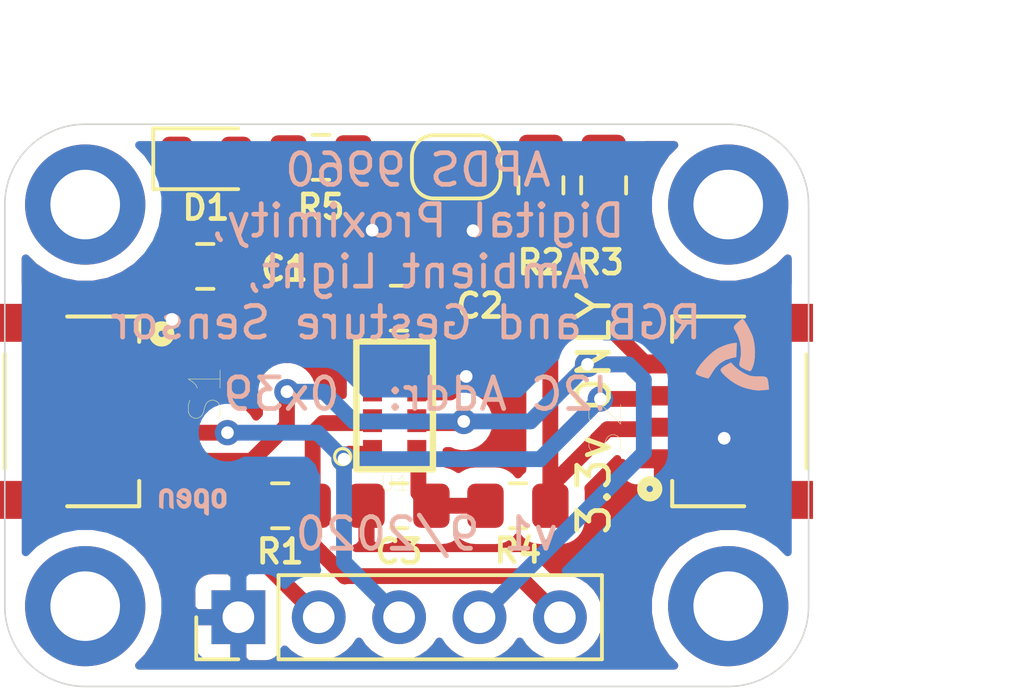
<source format=kicad_pcb>
(kicad_pcb (version 20171130) (host pcbnew "(5.1.7)-1")

  (general
    (thickness 1.6)
    (drawings 14)
    (tracks 94)
    (zones 0)
    (modules 20)
    (nets 12)
  )

  (page A4)
  (layers
    (0 F.Cu signal hide)
    (31 B.Cu signal)
    (32 B.Adhes user)
    (33 F.Adhes user hide)
    (34 B.Paste user)
    (35 F.Paste user hide)
    (36 B.SilkS user)
    (37 F.SilkS user hide)
    (38 B.Mask user)
    (39 F.Mask user hide)
    (40 Dwgs.User user)
    (41 Cmts.User user)
    (42 Eco1.User user)
    (43 Eco2.User user)
    (44 Edge.Cuts user)
    (45 Margin user)
    (46 B.CrtYd user)
    (47 F.CrtYd user hide)
    (48 B.Fab user hide)
    (49 F.Fab user hide)
  )

  (setup
    (last_trace_width 0.25)
    (user_trace_width 0.5)
    (trace_clearance 0.2)
    (zone_clearance 0.508)
    (zone_45_only no)
    (trace_min 0.2)
    (via_size 0.8)
    (via_drill 0.4)
    (via_min_size 0.4)
    (via_min_drill 0.3)
    (uvia_size 0.3)
    (uvia_drill 0.1)
    (uvias_allowed no)
    (uvia_min_size 0.2)
    (uvia_min_drill 0.1)
    (edge_width 0.05)
    (segment_width 0.2)
    (pcb_text_width 0.3)
    (pcb_text_size 1.5 1.5)
    (mod_edge_width 0.12)
    (mod_text_size 1 1)
    (mod_text_width 0.15)
    (pad_size 5 5)
    (pad_drill 2.5)
    (pad_to_mask_clearance 0.05)
    (aux_axis_origin 0 0)
    (visible_elements 7FFFEFFF)
    (pcbplotparams
      (layerselection 0x010fc_ffffffff)
      (usegerberextensions false)
      (usegerberattributes true)
      (usegerberadvancedattributes true)
      (creategerberjobfile true)
      (excludeedgelayer false)
      (linewidth 0.100000)
      (plotframeref false)
      (viasonmask false)
      (mode 1)
      (useauxorigin true)
      (hpglpennumber 1)
      (hpglpenspeed 20)
      (hpglpendiameter 15.000000)
      (psnegative false)
      (psa4output false)
      (plotreference true)
      (plotvalue true)
      (plotinvisibletext false)
      (padsonsilk false)
      (subtractmaskfromsilk false)
      (outputformat 1)
      (mirror false)
      (drillshape 0)
      (scaleselection 1)
      (outputdirectory "pcbfiles/"))
  )

  (net 0 "")
  (net 1 GND)
  (net 2 +3V3)
  (net 3 INT)
  (net 4 SCL)
  (net 5 SDA)
  (net 6 "Net-(D1-Pad2)")
  (net 7 /VDD)
  (net 8 /LDR)
  (net 9 "Net-(JP1-Pad1)")
  (net 10 "Net-(S1-PadS1)")
  (net 11 "Net-(S2-PadS1)")

  (net_class Default "This is the default net class."
    (clearance 0.2)
    (trace_width 0.25)
    (via_dia 0.8)
    (via_drill 0.4)
    (uvia_dia 0.3)
    (uvia_drill 0.1)
    (add_net +3V3)
    (add_net /LDR)
    (add_net /VDD)
    (add_net GND)
    (add_net INT)
    (add_net "Net-(D1-Pad2)")
    (add_net "Net-(JP1-Pad1)")
    (add_net "Net-(S1-PadS1)")
    (add_net "Net-(S2-PadS1)")
    (add_net SCL)
    (add_net SDA)
  )

  (module MyGraphics:triplehorn_3-8_back_mask (layer F.Cu) (tedit 5F7148CF) (tstamp 60178CCD)
    (at 153.7335 53.2765)
    (fp_text reference G*** (at 0.508 -7.112) (layer F.SilkS) hide
      (effects (font (size 1.524 1.524) (thickness 0.3)))
    )
    (fp_text value LOGO (at 6.35 -7.366) (layer F.SilkS) hide
      (effects (font (size 1.524 1.524) (thickness 0.3)))
    )
    (fp_poly (pts (xy 0.768623 -1.770973) (xy 0.94865 -1.749622) (xy 1.105244 -1.710331) (xy 1.125702 -1.702865)
      (xy 1.200925 -1.672251) (xy 1.251134 -1.648531) (xy 1.265079 -1.637614) (xy 1.237632 -1.63757)
      (xy 1.176984 -1.646812) (xy 1.134166 -1.655312) (xy 0.968396 -1.675877) (xy 0.791221 -1.67304)
      (xy 0.621118 -1.648481) (xy 0.476559 -1.603882) (xy 0.453771 -1.593412) (xy 0.2891 -1.489583)
      (xy 0.138789 -1.35145) (xy 0.01146 -1.190095) (xy -0.084263 -1.016599) (xy -0.139758 -0.842046)
      (xy -0.14239 -0.827233) (xy -0.15273 -0.777646) (xy -0.170504 -0.741012) (xy -0.205126 -0.708775)
      (xy -0.266008 -0.67238) (xy -0.362563 -0.62327) (xy -0.371854 -0.618662) (xy -0.5842 -0.513424)
      (xy -0.5842 -0.594276) (xy -0.571167 -0.711611) (xy -0.535657 -0.853423) (xy -0.483056 -1.001712)
      (xy -0.424658 -1.127519) (xy -0.298442 -1.313684) (xy -0.13345 -1.477875) (xy 0.060471 -1.612825)
      (xy 0.273472 -1.711271) (xy 0.424103 -1.753639) (xy 0.586621 -1.772829) (xy 0.768623 -1.770973)) (layer B.Mask) (width 0.01))
    (fp_poly (pts (xy 0.420846 -1.375479) (xy 0.463816 -1.317617) (xy 0.516392 -1.233475) (xy 0.573032 -1.133107)
      (xy 0.628195 -1.026572) (xy 0.676339 -0.923926) (xy 0.711922 -0.835227) (xy 0.724107 -0.796123)
      (xy 0.764818 -0.586481) (xy 0.781049 -0.371372) (xy 0.773243 -0.163698) (xy 0.741844 0.023636)
      (xy 0.690923 0.170261) (xy 0.663741 0.220917) (xy 0.635331 0.244868) (xy 0.593208 0.243408)
      (xy 0.524888 0.21783) (xy 0.4699 0.193166) (xy 0.370421 0.143229) (xy 0.312614 0.097929)
      (xy 0.28977 0.0464) (xy 0.295184 -0.022221) (xy 0.307442 -0.070023) (xy 0.340432 -0.262801)
      (xy 0.338437 -0.472848) (xy 0.30386 -0.684247) (xy 0.239103 -0.881078) (xy 0.163639 -1.022764)
      (xy 0.124553 -1.091849) (xy 0.116738 -1.140006) (xy 0.126039 -1.166605) (xy 0.160302 -1.211279)
      (xy 0.216984 -1.268175) (xy 0.282612 -1.325669) (xy 0.343716 -1.372135) (xy 0.386823 -1.395948)
      (xy 0.393023 -1.397) (xy 0.420846 -1.375479)) (layer B.SilkS) (width 0.01))
    (fp_poly (pts (xy 0.197838 -0.414696) (xy 0.1905 -0.194391) (xy 0.0508 -0.16569) (xy -0.151477 -0.101529)
      (xy -0.324345 0.002792) (xy -0.47054 0.149321) (xy -0.5715 0.300746) (xy -0.621434 0.384302)
      (xy -0.664638 0.447191) (xy -0.693679 0.478882) (xy -0.6985 0.480732) (xy -0.733752 0.473085)
      (xy -0.802972 0.453581) (xy -0.891882 0.426266) (xy -0.901542 0.423185) (xy -0.992994 0.389377)
      (xy -1.058314 0.356293) (xy -1.086089 0.329741) (xy -1.086202 0.329215) (xy -1.076314 0.26686)
      (xy -1.032823 0.180446) (xy -0.962183 0.077157) (xy -0.870849 -0.03582) (xy -0.765272 -0.151303)
      (xy -0.651907 -0.262104) (xy -0.537207 -0.361041) (xy -0.427626 -0.440927) (xy -0.358241 -0.481252)
      (xy -0.226366 -0.540494) (xy -0.090452 -0.589166) (xy 0.033688 -0.622316) (xy 0.130239 -0.634988)
      (xy 0.132599 -0.635001) (xy 0.205177 -0.635001) (xy 0.197838 -0.414696)) (layer B.SilkS) (width 0.01))
    (fp_poly (pts (xy 0.140932 0.105418) (xy 0.248669 0.197653) (xy 0.381385 0.285491) (xy 0.453447 0.324397)
      (xy 0.545315 0.368162) (xy 0.617569 0.395671) (xy 0.68785 0.410713) (xy 0.7738 0.417079)
      (xy 0.891738 0.418555) (xy 1.015711 0.420102) (xy 1.098511 0.429401) (xy 1.149764 0.454409)
      (xy 1.179096 0.503082) (xy 1.196133 0.583376) (xy 1.207844 0.679832) (xy 1.224884 0.83045)
      (xy 1.088692 0.846804) (xy 0.903508 0.859912) (xy 0.76046 0.849476) (xy 0.7493 0.84733)
      (xy 0.580775 0.810438) (xy 0.448189 0.774497) (xy 0.337048 0.73436) (xy 0.232859 0.684882)
      (xy 0.134772 0.629142) (xy 0.030889 0.560029) (xy -0.072113 0.479785) (xy -0.165686 0.396486)
      (xy -0.241279 0.318208) (xy -0.290342 0.253029) (xy -0.3048 0.213922) (xy -0.280839 0.167123)
      (xy -0.210862 0.108854) (xy -0.097842 0.041557) (xy 0.017831 -0.019947) (xy 0.140932 0.105418)) (layer B.SilkS) (width 0.01))
    (fp_poly (pts (xy -1.739137 -0.25821) (xy -1.728694 -0.2159) (xy -1.669122 -0.029924) (xy -1.574635 0.135547)
      (xy -1.441266 0.290449) (xy -1.345104 0.380273) (xy -1.257695 0.443815) (xy -1.157146 0.495308)
      (xy -1.07397 0.529213) (xy -0.844495 0.593634) (xy -0.61676 0.610984) (xy -0.397686 0.58086)
      (xy -0.361297 0.570838) (xy -0.230773 0.532077) (xy -0.112004 0.622735) (xy -0.032544 0.680266)
      (xy 0.043078 0.729978) (xy 0.079582 0.751049) (xy 0.129599 0.780046) (xy 0.152279 0.79938)
      (xy 0.1524 0.8001) (xy 0.132292 0.818081) (xy 0.082953 0.847326) (xy 0.073597 0.852245)
      (xy -0.105557 0.92065) (xy -0.310325 0.958673) (xy -0.524984 0.965464) (xy -0.733813 0.94017)
      (xy -0.867367 0.903183) (xy -1.089556 0.801565) (xy -1.287419 0.666399) (xy -1.455918 0.503718)
      (xy -1.590011 0.319556) (xy -1.684659 0.119947) (xy -1.734821 -0.089075) (xy -1.739759 -0.141164)
      (xy -1.744658 -0.226344) (xy -1.744616 -0.26425) (xy -1.739137 -0.25821)) (layer B.Mask) (width 0.01))
    (fp_poly (pts (xy 1.0287 -0.437739) (xy 1.205087 -0.299807) (xy 1.352349 -0.126056) (xy 1.467545 0.075802)
      (xy 1.547733 0.298055) (xy 1.589973 0.53299) (xy 1.591323 0.772897) (xy 1.561725 0.960109)
      (xy 1.521724 1.102478) (xy 1.471221 1.218101) (xy 1.399091 1.329121) (xy 1.337153 1.407131)
      (xy 1.271274 1.479396) (xy 1.192609 1.555699) (xy 1.111498 1.6272) (xy 1.038279 1.685059)
      (xy 0.983291 1.720435) (xy 0.962845 1.7272) (xy 0.967072 1.712204) (xy 1.001852 1.673364)
      (xy 1.045592 1.63195) (xy 1.177057 1.48589) (xy 1.281303 1.313794) (xy 1.3532 1.12809)
      (xy 1.387617 0.941207) (xy 1.385764 0.807896) (xy 1.335282 0.5629) (xy 1.24125 0.343114)
      (xy 1.101951 0.144921) (xy 1.037675 0.07541) (xy 0.9271 -0.036306) (xy 0.9271 -0.500554)
      (xy 1.0287 -0.437739)) (layer B.Mask) (width 0.01))
  )

  (module MyLibrary:APDS-9960 (layer F.Cu) (tedit 5FF20BA8) (tstamp 601729D1)
    (at 143.129 54.61 180)
    (descr "APDS-9960 Proximity, Light, RGB, Gesture Sensor")
    (tags "Proximity, Light, RGB, Gesture")
    (path /601733E9)
    (attr smd)
    (fp_text reference U1 (at 0 -2.4638) (layer F.SilkS)
      (effects (font (size 0.48 0.48) (thickness 0.015)))
    )
    (fp_text value APDS-9960 (at 0 2.4638) (layer F.Fab)
      (effects (font (size 0.48 0.48) (thickness 0.015)))
    )
    (fp_line (start 1.18 -1.97) (end 1.18 0.82) (layer F.Fab) (width 0.127))
    (fp_line (start 1.18 0.82) (end 1.18 1.97) (layer F.Fab) (width 0.127))
    (fp_line (start -1.18 -1.97) (end -1.18 0.82) (layer F.Fab) (width 0.127))
    (fp_line (start -1.18 0.82) (end -1.18 1.97) (layer F.Fab) (width 0.127))
    (fp_line (start -1.18 -1.97) (end 1.18 -1.97) (layer F.Fab) (width 0.127))
    (fp_line (start -1.18 1.97) (end 1.18 1.97) (layer F.Fab) (width 0.127))
    (fp_line (start -1.18 0.82) (end 1.18 0.82) (layer F.Fab) (width 0.127))
    (fp_circle (center 0 -1.27) (end 0.55 -1.27) (layer F.Fab) (width 0.127))
    (fp_circle (center 0 1.43) (end 0.45 1.43) (layer F.Fab) (width 0.127))
    (fp_line (start -1.21 -2.02) (end 1.21 -2.02) (layer F.SilkS) (width 0.2032))
    (fp_circle (center 1.644 -1.622) (end 1.898 -1.622) (layer F.SilkS) (width 0.1))
    (fp_line (start -1.21 2.02) (end 1.21 2.02) (layer F.SilkS) (width 0.2032))
    (fp_line (start -1.21 -2.02) (end -1.21 2.02) (layer F.SilkS) (width 0.2032))
    (fp_line (start 1.21 -2.02) (end 1.21 2.02) (layer F.SilkS) (width 0.2032))
    (pad 1 smd rect (at 0.7 -1.455 180) (size 0.6 0.72) (layers F.Cu F.Paste F.Mask)
      (net 5 SDA))
    (pad 2 smd rect (at 0.7 -0.485 180) (size 0.6 0.72) (layers F.Cu F.Paste F.Mask)
      (net 3 INT))
    (pad 3 smd rect (at 0.7 0.485 180) (size 0.6 0.72) (layers F.Cu F.Paste F.Mask)
      (net 8 /LDR))
    (pad 4 smd rect (at 0.7 1.455 180) (size 0.6 0.72) (layers F.Cu F.Paste F.Mask)
      (net 8 /LDR))
    (pad 5 smd rect (at -0.7 1.455 180) (size 0.6 0.72) (layers F.Cu F.Paste F.Mask)
      (net 2 +3V3))
    (pad 6 smd rect (at -0.7 0.485 180) (size 0.6 0.72) (layers F.Cu F.Paste F.Mask)
      (net 1 GND))
    (pad 7 smd rect (at -0.7 -0.485 180) (size 0.6 0.72) (layers F.Cu F.Paste F.Mask)
      (net 4 SCL))
    (pad 8 smd rect (at -0.7 -1.455 180) (size 0.6 0.72) (layers F.Cu F.Paste F.Mask)
      (net 7 /VDD))
    (model "$(MYLIBRARY)/models/APDS-9960--3DModel-STEP-56544.STEP"
      (at (xyz 0 0 0))
      (scale (xyz 1 1 1))
      (rotate (xyz -90 0 90))
    )
  )

  (module "MyLibrary:JST_SM04B-SRSS-TB(LF)(SN)" (layer F.Cu) (tedit 5FF26FD9) (tstamp 601729B7)
    (at 151.5745 54.8005 90)
    (descr "JST SH 4 Horizontal [Stemma QT, Qwiic]")
    (tags "Stemma QT, Qwiic")
    (path /60173503)
    (attr smd)
    (fp_text reference S2 (at -0.545095 -1.767685 90) (layer F.SilkS)
      (effects (font (size 1.001173 1.001173) (thickness 0.015)))
    )
    (fp_text value "SM04B-SRSS-TB(LF)(SN)" (at 12.17039 5.74055 90) (layer F.Fab)
      (effects (font (size 1.000567 1.000567) (thickness 0.015)))
    )
    (fp_line (start -3.65 5.025) (end -3.65 -1.025) (layer F.CrtYd) (width 0.05))
    (fp_line (start 3.65 5.025) (end -3.65 5.025) (layer F.CrtYd) (width 0.05))
    (fp_line (start 3.65 -1.025) (end 3.65 5.025) (layer F.CrtYd) (width 0.05))
    (fp_line (start -3.65 -1.025) (end 3.65 -1.025) (layer F.CrtYd) (width 0.05))
    (fp_circle (center -2.45 -0.385) (end -2.35 -0.385) (layer F.Fab) (width 0.3))
    (fp_line (start -1.8 4.575) (end 1.8 4.575) (layer F.SilkS) (width 0.127))
    (fp_line (start 3 0.325) (end 3 2.6) (layer F.SilkS) (width 0.127))
    (fp_line (start 2.2 0.325) (end 3 0.325) (layer F.SilkS) (width 0.127))
    (fp_line (start -3 0.325) (end -3 2.6) (layer F.SilkS) (width 0.127))
    (fp_line (start -2.2 0.325) (end -3 0.325) (layer F.SilkS) (width 0.127))
    (fp_line (start -3 4.575) (end -3 0.325) (layer F.Fab) (width 0.127))
    (fp_line (start 3 4.575) (end -3 4.575) (layer F.Fab) (width 0.127))
    (fp_line (start 3 0.325) (end 3 4.575) (layer F.Fab) (width 0.127))
    (fp_line (start -3 0.325) (end 3 0.325) (layer F.Fab) (width 0.127))
    (fp_circle (center -2.45 -0.385) (end -2.35 -0.385) (layer F.SilkS) (width 0.3))
    (pad S2 smd rect (at 2.8 3.875 90) (size 1.2 1.8) (layers F.Cu F.Paste F.Mask)
      (net 11 "Net-(S2-PadS1)"))
    (pad S1 smd rect (at -2.8 3.875 90) (size 1.2 1.8) (layers F.Cu F.Paste F.Mask)
      (net 11 "Net-(S2-PadS1)"))
    (pad 1 smd rect (at -1.5 0 90) (size 0.6 1.55) (layers F.Cu F.Paste F.Mask)
      (net 1 GND))
    (pad 2 smd rect (at -0.5 0 90) (size 0.6 1.55) (layers F.Cu F.Paste F.Mask)
      (net 2 +3V3))
    (pad 3 smd rect (at 0.5 0 90) (size 0.6 1.55) (layers F.Cu F.Paste F.Mask)
      (net 5 SDA))
    (pad 4 smd rect (at 1.5 0 90) (size 0.6 1.55) (layers F.Cu F.Paste F.Mask)
      (net 4 SCL))
    (model "${MYLIBRARY}/models/SM04B-SRSS-TB(LF)(SN)--3DModel-STEP-56544.STEP"
      (at (xyz 0 0 0))
      (scale (xyz 1 1 1))
      (rotate (xyz -90 0 0))
    )
  )

  (module "MyLibrary:JST_SM04B-SRSS-TB(LF)(SN)" (layer F.Cu) (tedit 5FF26FD9) (tstamp 6017299E)
    (at 135.382 54.8005 270)
    (descr "JST SH 4 Horizontal [Stemma QT, Qwiic]")
    (tags "Stemma QT, Qwiic")
    (path /60173C75)
    (attr smd)
    (fp_text reference S1 (at -0.545095 -1.767685 90) (layer F.SilkS)
      (effects (font (size 1.001173 1.001173) (thickness 0.015)))
    )
    (fp_text value "SM04B-SRSS-TB(LF)(SN)" (at 12.17039 5.74055 90) (layer F.Fab)
      (effects (font (size 1.000567 1.000567) (thickness 0.015)))
    )
    (fp_line (start -3.65 5.025) (end -3.65 -1.025) (layer F.CrtYd) (width 0.05))
    (fp_line (start 3.65 5.025) (end -3.65 5.025) (layer F.CrtYd) (width 0.05))
    (fp_line (start 3.65 -1.025) (end 3.65 5.025) (layer F.CrtYd) (width 0.05))
    (fp_line (start -3.65 -1.025) (end 3.65 -1.025) (layer F.CrtYd) (width 0.05))
    (fp_circle (center -2.45 -0.385) (end -2.35 -0.385) (layer F.Fab) (width 0.3))
    (fp_line (start -1.8 4.575) (end 1.8 4.575) (layer F.SilkS) (width 0.127))
    (fp_line (start 3 0.325) (end 3 2.6) (layer F.SilkS) (width 0.127))
    (fp_line (start 2.2 0.325) (end 3 0.325) (layer F.SilkS) (width 0.127))
    (fp_line (start -3 0.325) (end -3 2.6) (layer F.SilkS) (width 0.127))
    (fp_line (start -2.2 0.325) (end -3 0.325) (layer F.SilkS) (width 0.127))
    (fp_line (start -3 4.575) (end -3 0.325) (layer F.Fab) (width 0.127))
    (fp_line (start 3 4.575) (end -3 4.575) (layer F.Fab) (width 0.127))
    (fp_line (start 3 0.325) (end 3 4.575) (layer F.Fab) (width 0.127))
    (fp_line (start -3 0.325) (end 3 0.325) (layer F.Fab) (width 0.127))
    (fp_circle (center -2.45 -0.385) (end -2.35 -0.385) (layer F.SilkS) (width 0.3))
    (pad S2 smd rect (at 2.8 3.875 270) (size 1.2 1.8) (layers F.Cu F.Paste F.Mask)
      (net 10 "Net-(S1-PadS1)"))
    (pad S1 smd rect (at -2.8 3.875 270) (size 1.2 1.8) (layers F.Cu F.Paste F.Mask)
      (net 10 "Net-(S1-PadS1)"))
    (pad 1 smd rect (at -1.5 0 270) (size 0.6 1.55) (layers F.Cu F.Paste F.Mask)
      (net 1 GND))
    (pad 2 smd rect (at -0.5 0 270) (size 0.6 1.55) (layers F.Cu F.Paste F.Mask)
      (net 2 +3V3))
    (pad 3 smd rect (at 0.5 0 270) (size 0.6 1.55) (layers F.Cu F.Paste F.Mask)
      (net 5 SDA))
    (pad 4 smd rect (at 1.5 0 270) (size 0.6 1.55) (layers F.Cu F.Paste F.Mask)
      (net 4 SCL))
    (model "${MYLIBRARY}/models/SM04B-SRSS-TB(LF)(SN)--3DModel-STEP-56544.STEP"
      (at (xyz 0 0 0))
      (scale (xyz 1 1 1))
      (rotate (xyz -90 0 0))
    )
  )

  (module Images:OSHW-Logo2_7.3x6mm_BackMask locked (layer F.Cu) (tedit 5F73BBEB) (tstamp 5F741CE5)
    (at 134.874 55.372)
    (descr "Open Source Hardware Symbol")
    (tags "Logo Symbol OSHW")
    (attr virtual)
    (fp_text reference REF** (at 0 -3.556) (layer F.Fab) hide
      (effects (font (size 1 1) (thickness 0.15)))
    )
    (fp_text value OSHW-Logo2_7.3x6mm_BackMask (at 8.89 0) (layer F.Fab) hide
      (effects (font (size 1 1) (thickness 0.15)))
    )
    (fp_poly (pts (xy 0.10391 -2.757652) (xy 0.182454 -2.757222) (xy 0.239298 -2.756058) (xy 0.278105 -2.753793)
      (xy 0.302538 -2.75006) (xy 0.316262 -2.744494) (xy 0.32294 -2.736727) (xy 0.326236 -2.726395)
      (xy 0.326556 -2.725057) (xy 0.331562 -2.700921) (xy 0.340829 -2.653299) (xy 0.353392 -2.587259)
      (xy 0.368287 -2.507872) (xy 0.384551 -2.420204) (xy 0.385119 -2.417125) (xy 0.40141 -2.331211)
      (xy 0.416652 -2.255304) (xy 0.429861 -2.193955) (xy 0.440054 -2.151718) (xy 0.446248 -2.133145)
      (xy 0.446543 -2.132816) (xy 0.464788 -2.123747) (xy 0.502405 -2.108633) (xy 0.551271 -2.090738)
      (xy 0.551543 -2.090642) (xy 0.613093 -2.067507) (xy 0.685657 -2.038035) (xy 0.754057 -2.008403)
      (xy 0.757294 -2.006938) (xy 0.868702 -1.956374) (xy 1.115399 -2.12484) (xy 1.191077 -2.176197)
      (xy 1.259631 -2.222111) (xy 1.317088 -2.25997) (xy 1.359476 -2.287163) (xy 1.382825 -2.301079)
      (xy 1.385042 -2.302111) (xy 1.40201 -2.297516) (xy 1.433701 -2.275345) (xy 1.481352 -2.234553)
      (xy 1.546198 -2.174095) (xy 1.612397 -2.109773) (xy 1.676214 -2.046388) (xy 1.733329 -1.988549)
      (xy 1.780305 -1.939825) (xy 1.813703 -1.90379) (xy 1.830085 -1.884016) (xy 1.830694 -1.882998)
      (xy 1.832505 -1.869428) (xy 1.825683 -1.847267) (xy 1.80854 -1.813522) (xy 1.779393 -1.7652)
      (xy 1.736555 -1.699308) (xy 1.679448 -1.614483) (xy 1.628766 -1.539823) (xy 1.583461 -1.47286)
      (xy 1.54615 -1.417484) (xy 1.519452 -1.37758) (xy 1.505985 -1.357038) (xy 1.505137 -1.355644)
      (xy 1.506781 -1.335962) (xy 1.519245 -1.297707) (xy 1.540048 -1.248111) (xy 1.547462 -1.232272)
      (xy 1.579814 -1.16171) (xy 1.614328 -1.081647) (xy 1.642365 -1.012371) (xy 1.662568 -0.960955)
      (xy 1.678615 -0.921881) (xy 1.687888 -0.901459) (xy 1.689041 -0.899886) (xy 1.706096 -0.897279)
      (xy 1.746298 -0.890137) (xy 1.804302 -0.879477) (xy 1.874763 -0.866315) (xy 1.952335 -0.851667)
      (xy 2.031672 -0.836551) (xy 2.107431 -0.821982) (xy 2.174264 -0.808978) (xy 2.226828 -0.798555)
      (xy 2.259776 -0.79173) (xy 2.267857 -0.789801) (xy 2.276205 -0.785038) (xy 2.282506 -0.774282)
      (xy 2.287045 -0.753902) (xy 2.290104 -0.720266) (xy 2.291967 -0.669745) (xy 2.292918 -0.598708)
      (xy 2.29324 -0.503524) (xy 2.293257 -0.464508) (xy 2.293257 -0.147201) (xy 2.217057 -0.132161)
      (xy 2.174663 -0.124005) (xy 2.1114 -0.112101) (xy 2.034962 -0.097884) (xy 1.953043 -0.08279)
      (xy 1.9304 -0.078645) (xy 1.854806 -0.063947) (xy 1.788953 -0.049495) (xy 1.738366 -0.036625)
      (xy 1.708574 -0.026678) (xy 1.703612 -0.023713) (xy 1.691426 -0.002717) (xy 1.673953 0.037967)
      (xy 1.654577 0.090322) (xy 1.650734 0.1016) (xy 1.625339 0.171523) (xy 1.593817 0.250418)
      (xy 1.562969 0.321266) (xy 1.562817 0.321595) (xy 1.511447 0.432733) (xy 1.680399 0.681253)
      (xy 1.849352 0.929772) (xy 1.632429 1.147058) (xy 1.566819 1.211726) (xy 1.506979 1.268733)
      (xy 1.456267 1.315033) (xy 1.418046 1.347584) (xy 1.395675 1.363343) (xy 1.392466 1.364343)
      (xy 1.373626 1.356469) (xy 1.33518 1.334578) (xy 1.28133 1.301267) (xy 1.216276 1.259131)
      (xy 1.14594 1.211943) (xy 1.074555 1.16381) (xy 1.010908 1.121928) (xy 0.959041 1.088871)
      (xy 0.922995 1.067218) (xy 0.906867 1.059543) (xy 0.887189 1.066037) (xy 0.849875 1.08315)
      (xy 0.802621 1.107326) (xy 0.797612 1.110013) (xy 0.733977 1.141927) (xy 0.690341 1.157579)
      (xy 0.663202 1.157745) (xy 0.649057 1.143204) (xy 0.648975 1.143) (xy 0.641905 1.125779)
      (xy 0.625042 1.084899) (xy 0.599695 1.023525) (xy 0.567171 0.944819) (xy 0.528778 0.851947)
      (xy 0.485822 0.748072) (xy 0.444222 0.647502) (xy 0.398504 0.536516) (xy 0.356526 0.433703)
      (xy 0.319548 0.342215) (xy 0.288827 0.265201) (xy 0.265622 0.205815) (xy 0.25119 0.167209)
      (xy 0.246743 0.1528) (xy 0.257896 0.136272) (xy 0.287069 0.10993) (xy 0.325971 0.080887)
      (xy 0.436757 -0.010961) (xy 0.523351 -0.116241) (xy 0.584716 -0.232734) (xy 0.619815 -0.358224)
      (xy 0.627608 -0.490493) (xy 0.621943 -0.551543) (xy 0.591078 -0.678205) (xy 0.53792 -0.790059)
      (xy 0.465767 -0.885999) (xy 0.377917 -0.964924) (xy 0.277665 -1.02573) (xy 0.16831 -1.067313)
      (xy 0.053147 -1.088572) (xy -0.064525 -1.088401) (xy -0.18141 -1.065699) (xy -0.294211 -1.019362)
      (xy -0.399631 -0.948287) (xy -0.443632 -0.908089) (xy -0.528021 -0.804871) (xy -0.586778 -0.692075)
      (xy -0.620296 -0.57299) (xy -0.628965 -0.450905) (xy -0.613177 -0.329107) (xy -0.573322 -0.210884)
      (xy -0.509793 -0.099525) (xy -0.422979 0.001684) (xy -0.325971 0.080887) (xy -0.285563 0.111162)
      (xy -0.257018 0.137219) (xy -0.246743 0.152825) (xy -0.252123 0.169843) (xy -0.267425 0.2105)
      (xy -0.291388 0.271642) (xy -0.322756 0.350119) (xy -0.360268 0.44278) (xy -0.402667 0.546472)
      (xy -0.444337 0.647526) (xy -0.49031 0.758607) (xy -0.532893 0.861541) (xy -0.570779 0.953165)
      (xy -0.60266 1.030316) (xy -0.627229 1.089831) (xy -0.64318 1.128544) (xy -0.64909 1.143)
      (xy -0.663052 1.157685) (xy -0.69006 1.157642) (xy -0.733587 1.142099) (xy -0.79711 1.110284)
      (xy -0.797612 1.110013) (xy -0.84544 1.085323) (xy -0.884103 1.067338) (xy -0.905905 1.059614)
      (xy -0.906867 1.059543) (xy -0.923279 1.067378) (xy -0.959513 1.089165) (xy -1.011526 1.122328)
      (xy -1.075275 1.164291) (xy -1.14594 1.211943) (xy -1.217884 1.260191) (xy -1.282726 1.302151)
      (xy -1.336265 1.335227) (xy -1.374303 1.356821) (xy -1.392467 1.364343) (xy -1.409192 1.354457)
      (xy -1.44282 1.326826) (xy -1.48999 1.284495) (xy -1.547342 1.230505) (xy -1.611516 1.167899)
      (xy -1.632503 1.146983) (xy -1.849501 0.929623) (xy -1.684332 0.68722) (xy -1.634136 0.612781)
      (xy -1.590081 0.545972) (xy -1.554638 0.490665) (xy -1.530281 0.450729) (xy -1.519478 0.430036)
      (xy -1.519162 0.428563) (xy -1.524857 0.409058) (xy -1.540174 0.369822) (xy -1.562463 0.31743)
      (xy -1.578107 0.282355) (xy -1.607359 0.215201) (xy -1.634906 0.147358) (xy -1.656263 0.090034)
      (xy -1.662065 0.072572) (xy -1.678548 0.025938) (xy -1.69466 -0.010095) (xy -1.70351 -0.023713)
      (xy -1.72304 -0.032048) (xy -1.765666 -0.043863) (xy -1.825855 -0.057819) (xy -1.898078 -0.072578)
      (xy -1.9304 -0.078645) (xy -2.012478 -0.093727) (xy -2.091205 -0.108331) (xy -2.158891 -0.12102)
      (xy -2.20784 -0.130358) (xy -2.217057 -0.132161) (xy -2.293257 -0.147201) (xy -2.293257 -0.464508)
      (xy -2.293086 -0.568846) (xy -2.292384 -0.647787) (xy -2.290866 -0.704962) (xy -2.288251 -0.744001)
      (xy -2.284254 -0.768535) (xy -2.278591 -0.782195) (xy -2.27098 -0.788611) (xy -2.267857 -0.789801)
      (xy -2.249022 -0.79402) (xy -2.207412 -0.802438) (xy -2.14837 -0.814039) (xy -2.077243 -0.827805)
      (xy -1.999375 -0.84272) (xy -1.920113 -0.857768) (xy -1.844802 -0.871931) (xy -1.778787 -0.884194)
      (xy -1.727413 -0.893539) (xy -1.696025 -0.89895) (xy -1.689041 -0.899886) (xy -1.682715 -0.912404)
      (xy -1.66871 -0.945754) (xy -1.649645 -0.993623) (xy -1.642366 -1.012371) (xy -1.613004 -1.084805)
      (xy -1.578429 -1.16483) (xy -1.547463 -1.232272) (xy -1.524677 -1.283841) (xy -1.509518 -1.326215)
      (xy -1.504458 -1.352166) (xy -1.505264 -1.355644) (xy -1.515959 -1.372064) (xy -1.54038 -1.408583)
      (xy -1.575905 -1.461313) (xy -1.619913 -1.526365) (xy -1.669783 -1.599849) (xy -1.679644 -1.614355)
      (xy -1.737508 -1.700296) (xy -1.780044 -1.765739) (xy -1.808946 -1.813696) (xy -1.82591 -1.84718)
      (xy -1.832633 -1.869205) (xy -1.83081 -1.882783) (xy -1.830764 -1.882869) (xy -1.816414 -1.900703)
      (xy -1.784677 -1.935183) (xy -1.73899 -1.982732) (xy -1.682796 -2.039778) (xy -1.619532 -2.102745)
      (xy -1.612398 -2.109773) (xy -1.53267 -2.18698) (xy -1.471143 -2.24367) (xy -1.426579 -2.28089)
      (xy -1.397743 -2.299685) (xy -1.385042 -2.302111) (xy -1.366506 -2.291529) (xy -1.328039 -2.267084)
      (xy -1.273614 -2.231388) (xy -1.207202 -2.187053) (xy -1.132775 -2.136689) (xy -1.115399 -2.12484)
      (xy -0.868703 -1.956374) (xy -0.757294 -2.006938) (xy -0.689543 -2.036405) (xy -0.616817 -2.066041)
      (xy -0.554297 -2.08967) (xy -0.551543 -2.090642) (xy -0.50264 -2.108543) (xy -0.464943 -2.12368)
      (xy -0.446575 -2.13279) (xy -0.446544 -2.132816) (xy -0.440715 -2.149283) (xy -0.430808 -2.189781)
      (xy -0.417805 -2.249758) (xy -0.402691 -2.32466) (xy -0.386448 -2.409936) (xy -0.385119 -2.417125)
      (xy -0.368825 -2.504986) (xy -0.353867 -2.58474) (xy -0.341209 -2.651319) (xy -0.331814 -2.699653)
      (xy -0.326646 -2.724675) (xy -0.326556 -2.725057) (xy -0.323411 -2.735701) (xy -0.317296 -2.743738)
      (xy -0.304547 -2.749533) (xy -0.2815 -2.753453) (xy -0.244491 -2.755865) (xy -0.189856 -2.757135)
      (xy -0.113933 -2.757629) (xy -0.013056 -2.757714) (xy 0 -2.757714) (xy 0.10391 -2.757652)) (layer B.Mask) (width 0.01))
    (fp_poly (pts (xy -3.483795 1.916166) (xy -3.541221 1.953697) (xy -3.568919 1.987296) (xy -3.590862 2.048264)
      (xy -3.592605 2.096508) (xy -3.588657 2.161016) (xy -3.439886 2.226134) (xy -3.367549 2.259402)
      (xy -3.320284 2.286164) (xy -3.295707 2.309344) (xy -3.291437 2.331867) (xy -3.305089 2.356655)
      (xy -3.320143 2.373086) (xy -3.363946 2.399435) (xy -3.411589 2.401281) (xy -3.455345 2.380746)
      (xy -3.487489 2.339952) (xy -3.493238 2.325547) (xy -3.520776 2.280556) (xy -3.552458 2.261382)
      (xy -3.595914 2.244979) (xy -3.595914 2.307166) (xy -3.592072 2.349483) (xy -3.577023 2.385169)
      (xy -3.54548 2.426143) (xy -3.540792 2.431467) (xy -3.505706 2.46792) (xy -3.475547 2.487483)
      (xy -3.437815 2.496483) (xy -3.406535 2.49943) (xy -3.350585 2.500165) (xy -3.310755 2.49086)
      (xy -3.285908 2.477046) (xy -3.246856 2.446667) (xy -3.219825 2.413813) (xy -3.202717 2.372494)
      (xy -3.193438 2.316721) (xy -3.189893 2.240505) (xy -3.18961 2.201822) (xy -3.190572 2.155447)
      (xy -3.278207 2.155447) (xy -3.279223 2.180326) (xy -3.281756 2.1844) (xy -3.298474 2.178865)
      (xy -3.334449 2.164217) (xy -3.382531 2.14339) (xy -3.392586 2.138914) (xy -3.453352 2.108014)
      (xy -3.486832 2.080857) (xy -3.49419 2.05542) (xy -3.476591 2.029681) (xy -3.462056 2.018309)
      (xy -3.40961 1.995564) (xy -3.360522 1.999322) (xy -3.319427 2.027084) (xy -3.290958 2.076352)
      (xy -3.281831 2.115457) (xy -3.278207 2.155447) (xy -3.190572 2.155447) (xy -3.191485 2.111449)
      (xy -3.198396 2.044584) (xy -3.212084 1.995895) (xy -3.234296 1.960049) (xy -3.266774 1.931713)
      (xy -3.280933 1.922555) (xy -3.345253 1.898707) (xy -3.415673 1.897206) (xy -3.483795 1.916166)) (layer B.Mask) (width 0.01))
    (fp_poly (pts (xy -2.9828 1.907952) (xy -3.000148 1.915534) (xy -3.041556 1.948328) (xy -3.076965 1.995747)
      (xy -3.098864 2.046351) (xy -3.102429 2.071298) (xy -3.090479 2.106127) (xy -3.064267 2.124557)
      (xy -3.036164 2.135716) (xy -3.023295 2.137772) (xy -3.017029 2.122849) (xy -3.004656 2.090375)
      (xy -2.999228 2.075702) (xy -2.96879 2.024944) (xy -2.92472 1.999627) (xy -2.86821 2.000406)
      (xy -2.864025 2.001403) (xy -2.833855 2.015707) (xy -2.811676 2.043593) (xy -2.796527 2.088487)
      (xy -2.78745 2.153815) (xy -2.783486 2.243004) (xy -2.783114 2.290461) (xy -2.78293 2.365271)
      (xy -2.781722 2.416269) (xy -2.778509 2.448671) (xy -2.772309 2.467695) (xy -2.76214 2.478556)
      (xy -2.747019 2.486472) (xy -2.746146 2.48687) (xy -2.717028 2.499181) (xy -2.702603 2.503714)
      (xy -2.700386 2.490009) (xy -2.698489 2.452125) (xy -2.697047 2.394915) (xy -2.696198 2.323227)
      (xy -2.696029 2.270765) (xy -2.696892 2.169247) (xy -2.70027 2.092232) (xy -2.707342 2.035223)
      (xy -2.719288 1.993726) (xy -2.73729 1.963243) (xy -2.762527 1.93928) (xy -2.787447 1.922555)
      (xy -2.847371 1.900297) (xy -2.917111 1.895276) (xy -2.9828 1.907952)) (layer B.Mask) (width 0.01))
    (fp_poly (pts (xy -2.475076 1.905535) (xy -2.516867 1.924544) (xy -2.549669 1.947578) (xy -2.573703 1.973333)
      (xy -2.590297 2.006558) (xy -2.600777 2.052) (xy -2.606471 2.114407) (xy -2.608707 2.198527)
      (xy -2.608943 2.253921) (xy -2.608943 2.470026) (xy -2.571974 2.48687) (xy -2.542856 2.499181)
      (xy -2.528431 2.503714) (xy -2.525672 2.490225) (xy -2.523482 2.453853) (xy -2.522142 2.400742)
      (xy -2.521857 2.358572) (xy -2.520634 2.297647) (xy -2.517336 2.249315) (xy -2.512521 2.219718)
      (xy -2.508696 2.213429) (xy -2.482983 2.219852) (xy -2.442618 2.236325) (xy -2.395879 2.258658)
      (xy -2.351045 2.282657) (xy -2.316393 2.30413) (xy -2.300202 2.318885) (xy -2.300138 2.319045)
      (xy -2.30153 2.346352) (xy -2.314018 2.372419) (xy -2.335943 2.393592) (xy -2.367943 2.400674)
      (xy -2.395292 2.399849) (xy -2.434026 2.399242) (xy -2.454358 2.408316) (xy -2.466569 2.432292)
      (xy -2.468109 2.436813) (xy -2.473403 2.471006) (xy -2.459247 2.491768) (xy -2.422348 2.501662)
      (xy -2.382489 2.503492) (xy -2.310762 2.489927) (xy -2.273632 2.470555) (xy -2.227776 2.425045)
      (xy -2.203456 2.369183) (xy -2.201273 2.310157) (xy -2.221829 2.255153) (xy -2.252749 2.220686)
      (xy -2.28362 2.201389) (xy -2.332142 2.176959) (xy -2.388685 2.152185) (xy -2.39811 2.148399)
      (xy -2.460219 2.120991) (xy -2.496022 2.096834) (xy -2.507537 2.072819) (xy -2.49678 2.045835)
      (xy -2.478314 2.024743) (xy -2.434669 1.998772) (xy -2.386646 1.996824) (xy -2.342606 2.016837)
      (xy -2.310909 2.056751) (xy -2.306749 2.067048) (xy -2.282527 2.104924) (xy -2.247165 2.133042)
      (xy -2.202543 2.156117) (xy -2.202543 2.090685) (xy -2.205169 2.050706) (xy -2.21643 2.019197)
      (xy -2.241399 1.985578) (xy -2.265369 1.959684) (xy -2.302641 1.923017) (xy -2.331601 1.903321)
      (xy -2.362705 1.89542) (xy -2.397913 1.894114) (xy -2.475076 1.905535)) (layer B.Mask) (width 0.01))
    (fp_poly (pts (xy -2.110033 1.907863) (xy -2.112248 1.94605) (xy -2.113984 2.004086) (xy -2.115099 2.07738)
      (xy -2.115457 2.154255) (xy -2.115457 2.414396) (xy -2.069526 2.460327) (xy -2.037875 2.488629)
      (xy -2.01009 2.500093) (xy -1.972115 2.499368) (xy -1.95704 2.497521) (xy -1.909926 2.492148)
      (xy -1.870956 2.489069) (xy -1.861457 2.488785) (xy -1.829433 2.490645) (xy -1.783632 2.495314)
      (xy -1.765874 2.497521) (xy -1.722257 2.500935) (xy -1.692945 2.49352) (xy -1.66388 2.470627)
      (xy -1.653388 2.460327) (xy -1.607457 2.414396) (xy -1.607457 1.927802) (xy -1.644426 1.910958)
      (xy -1.676259 1.898482) (xy -1.694883 1.894114) (xy -1.699658 1.907918) (xy -1.704121 1.946486)
      (xy -1.707975 2.005556) (xy -1.710922 2.080863) (xy -1.712343 2.144486) (xy -1.716314 2.394857)
      (xy -1.750959 2.399756) (xy -1.782468 2.396331) (xy -1.797908 2.385241) (xy -1.802223 2.364508)
      (xy -1.805908 2.320345) (xy -1.808669 2.258346) (xy -1.810212 2.184109) (xy -1.810435 2.145906)
      (xy -1.810657 1.925983) (xy -1.856366 1.910049) (xy -1.888718 1.899215) (xy -1.906315 1.894162)
      (xy -1.906823 1.894114) (xy -1.908588 1.907848) (xy -1.910529 1.94593) (xy -1.912482 2.003682)
      (xy -1.914284 2.076427) (xy -1.915543 2.144486) (xy -1.919514 2.394857) (xy -2.0066 2.394857)
      (xy -2.010596 2.16644) (xy -2.014592 1.938022) (xy -2.057047 1.916068) (xy -2.088392 1.900993)
      (xy -2.106944 1.894151) (xy -2.107479 1.894114) (xy -2.110033 1.907863)) (layer B.Mask) (width 0.01))
    (fp_poly (pts (xy -1.520317 2.014558) (xy -1.520133 2.123037) (xy -1.519419 2.206487) (xy -1.517875 2.268904)
      (xy -1.515201 2.314285) (xy -1.511094 2.346629) (xy -1.505255 2.369933) (xy -1.497382 2.388195)
      (xy -1.491421 2.398618) (xy -1.442055 2.455145) (xy -1.379464 2.490577) (xy -1.310213 2.50329)
      (xy -1.240868 2.491663) (xy -1.199575 2.470768) (xy -1.156225 2.434622) (xy -1.126681 2.390476)
      (xy -1.108855 2.332662) (xy -1.100663 2.255513) (xy -1.099502 2.198914) (xy -1.099658 2.194847)
      (xy -1.201057 2.194847) (xy -1.201676 2.25975) (xy -1.204514 2.302714) (xy -1.21104 2.330822)
      (xy -1.222723 2.351153) (xy -1.236683 2.366488) (xy -1.283565 2.39609) (xy -1.333901 2.398619)
      (xy -1.381476 2.373905) (xy -1.385179 2.370556) (xy -1.400983 2.353135) (xy -1.410893 2.332409)
      (xy -1.416258 2.301562) (xy -1.418428 2.253777) (xy -1.418771 2.200948) (xy -1.418027 2.134581)
      (xy -1.414948 2.090306) (xy -1.408261 2.061209) (xy -1.396696 2.040373) (xy -1.387213 2.029307)
      (xy -1.34316 2.001398) (xy -1.292424 1.998043) (xy -1.243996 2.019359) (xy -1.23465 2.027273)
      (xy -1.21874 2.044847) (xy -1.20881 2.065787) (xy -1.203478 2.096982) (xy -1.201363 2.145322)
      (xy -1.201057 2.194847) (xy -1.099658 2.194847) (xy -1.10301 2.107768) (xy -1.114926 2.039286)
      (xy -1.137335 1.9878) (xy -1.172324 1.947643) (xy -1.199575 1.927061) (xy -1.249107 1.904825)
      (xy -1.306516 1.894504) (xy -1.359882 1.897267) (xy -1.389743 1.908412) (xy -1.401461 1.911583)
      (xy -1.409237 1.899757) (xy -1.414665 1.868066) (xy -1.418771 1.819793) (xy -1.423267 1.766029)
      (xy -1.429513 1.733682) (xy -1.440876 1.715185) (xy -1.460728 1.70297) (xy -1.4732 1.697562)
      (xy -1.520371 1.677801) (xy -1.520317 2.014558)) (layer B.Mask) (width 0.01))
    (fp_poly (pts (xy -0.860126 1.898955) (xy -0.926058 1.923284) (xy -0.979473 1.966317) (xy -1.000364 1.996609)
      (xy -1.023139 2.052194) (xy -1.022666 2.092386) (xy -0.998762 2.119417) (xy -0.989917 2.124013)
      (xy -0.95173 2.138344) (xy -0.932228 2.134672) (xy -0.925622 2.110607) (xy -0.925286 2.097314)
      (xy -0.913192 2.04841) (xy -0.881671 2.014199) (xy -0.837859 1.997676) (xy -0.788895 2.001834)
      (xy -0.749094 2.023427) (xy -0.73565 2.035744) (xy -0.726121 2.050687) (xy -0.719685 2.073275)
      (xy -0.715517 2.108528) (xy -0.712797 2.161466) (xy -0.710702 2.237107) (xy -0.71016 2.261057)
      (xy -0.708181 2.34299) (xy -0.705931 2.400655) (xy -0.702557 2.438808) (xy -0.697206 2.462204)
      (xy -0.689024 2.475598) (xy -0.677159 2.483745) (xy -0.669562 2.487344) (xy -0.637302 2.499652)
      (xy -0.618311 2.503714) (xy -0.612036 2.490148) (xy -0.608206 2.449134) (xy -0.6068 2.380199)
      (xy -0.607798 2.282869) (xy -0.608108 2.267857) (xy -0.610301 2.179059) (xy -0.612893 2.114219)
      (xy -0.616582 2.068267) (xy -0.622064 2.036135) (xy -0.630035 2.012753) (xy -0.641193 1.993052)
      (xy -0.64703 1.98461) (xy -0.680496 1.947257) (xy -0.717927 1.918203) (xy -0.722509 1.915667)
      (xy -0.789626 1.895643) (xy -0.860126 1.898955)) (layer B.Mask) (width 0.01))
    (fp_poly (pts (xy -0.369944 1.900168) (xy -0.426816 1.921287) (xy -0.427467 1.921693) (xy -0.46264 1.94758)
      (xy -0.488607 1.977833) (xy -0.50687 2.017258) (xy -0.518932 2.070662) (xy -0.526296 2.142851)
      (xy -0.530464 2.238632) (xy -0.530829 2.252278) (xy -0.536076 2.458042) (xy -0.491916 2.480878)
      (xy -0.459963 2.49631) (xy -0.44067 2.503623) (xy -0.439778 2.503714) (xy -0.436439 2.490222)
      (xy -0.433787 2.453826) (xy -0.432156 2.400652) (xy -0.4318 2.357593) (xy -0.431792 2.287841)
      (xy -0.428603 2.244037) (xy -0.417488 2.223144) (xy -0.393701 2.222125) (xy -0.352496 2.237941)
      (xy -0.290286 2.267015) (xy -0.244541 2.291163) (xy -0.221013 2.312113) (xy -0.214096 2.334947)
      (xy -0.214086 2.336077) (xy -0.225499 2.375412) (xy -0.259292 2.396662) (xy -0.311009 2.399739)
      (xy -0.348261 2.399206) (xy -0.367903 2.409935) (xy -0.380152 2.435705) (xy -0.387202 2.468537)
      (xy -0.377042 2.487166) (xy -0.373217 2.489832) (xy -0.337201 2.50054) (xy -0.286766 2.502056)
      (xy -0.234826 2.494959) (xy -0.198022 2.481988) (xy -0.147138 2.438785) (xy -0.118214 2.378646)
      (xy -0.112486 2.331662) (xy -0.116857 2.289282) (xy -0.132675 2.254688) (xy -0.163997 2.223963)
      (xy -0.214878 2.19319) (xy -0.289376 2.158452) (xy -0.293914 2.156488) (xy -0.361021 2.125487)
      (xy -0.402432 2.100062) (xy -0.420181 2.077214) (xy -0.416307 2.053945) (xy -0.392843 2.027256)
      (xy -0.385827 2.021114) (xy -0.33883 1.9973) (xy -0.290133 1.998303) (xy -0.247722 2.021651)
      (xy -0.219584 2.064875) (xy -0.216969 2.07336) (xy -0.191508 2.114508) (xy -0.159201 2.134328)
      (xy -0.112486 2.15397) (xy -0.112486 2.10315) (xy -0.126696 2.029282) (xy -0.168875 1.961527)
      (xy -0.190824 1.938861) (xy -0.240717 1.909769) (xy -0.304167 1.8966) (xy -0.369944 1.900168)) (layer B.Mask) (width 0.01))
    (fp_poly (pts (xy 0.293914 1.800489) (xy 0.289661 1.859813) (xy 0.284775 1.894772) (xy 0.278005 1.91002)
      (xy 0.268098 1.910215) (xy 0.264886 1.908395) (xy 0.222156 1.895215) (xy 0.166573 1.895985)
      (xy 0.110063 1.909533) (xy 0.074718 1.927061) (xy 0.038479 1.955061) (xy 0.011987 1.986749)
      (xy -0.006199 2.027013) (xy -0.017522 2.080743) (xy -0.023422 2.152826) (xy -0.025343 2.248151)
      (xy -0.025377 2.266437) (xy -0.0254 2.471846) (xy 0.020309 2.48778) (xy 0.052773 2.49862)
      (xy 0.070585 2.503668) (xy 0.071109 2.503714) (xy 0.072863 2.490028) (xy 0.074356 2.452276)
      (xy 0.075474 2.395424) (xy 0.076103 2.324434) (xy 0.0762 2.281273) (xy 0.076402 2.196173)
      (xy 0.077442 2.135181) (xy 0.079969 2.093377) (xy 0.084636 2.065842) (xy 0.092093 2.047656)
      (xy 0.102989 2.033898) (xy 0.109793 2.027273) (xy 0.156528 2.000575) (xy 0.207528 1.998575)
      (xy 0.253799 2.021155) (xy 0.262356 2.029307) (xy 0.274907 2.044636) (xy 0.283612 2.062818)
      (xy 0.289169 2.089109) (xy 0.292274 2.128762) (xy 0.293624 2.187032) (xy 0.293914 2.267373)
      (xy 0.293914 2.471846) (xy 0.339623 2.48778) (xy 0.372087 2.49862) (xy 0.389899 2.503668)
      (xy 0.390423 2.503714) (xy 0.391763 2.489823) (xy 0.392972 2.450639) (xy 0.393999 2.3899)
      (xy 0.394798 2.311341) (xy 0.395319 2.218698) (xy 0.395514 2.115709) (xy 0.395514 1.718542)
      (xy 0.348343 1.698644) (xy 0.301171 1.678747) (xy 0.293914 1.800489)) (layer B.Mask) (width 0.01))
    (fp_poly (pts (xy 1.501497 1.880439) (xy 1.444273 1.918935) (xy 1.400051 1.974535) (xy 1.373633 2.045286)
      (xy 1.36829 2.097362) (xy 1.368897 2.119093) (xy 1.373978 2.135731) (xy 1.387945 2.150637)
      (xy 1.415211 2.167173) (xy 1.460188 2.188698) (xy 1.527289 2.218574) (xy 1.527629 2.218724)
      (xy 1.589393 2.247013) (xy 1.640041 2.272133) (xy 1.674396 2.291379) (xy 1.687282 2.302048)
      (xy 1.687286 2.302134) (xy 1.675928 2.325366) (xy 1.649369 2.350974) (xy 1.618877 2.369421)
      (xy 1.60343 2.373086) (xy 1.561285 2.360412) (xy 1.524992 2.328671) (xy 1.507283 2.293772)
      (xy 1.490248 2.268045) (xy 1.456878 2.238746) (xy 1.417651 2.213435) (xy 1.383044 2.199671)
      (xy 1.375807 2.198914) (xy 1.367661 2.21136) (xy 1.36717 2.243172) (xy 1.373157 2.286066)
      (xy 1.384443 2.331758) (xy 1.39985 2.371961) (xy 1.400629 2.373522) (xy 1.446996 2.438262)
      (xy 1.507089 2.482297) (xy 1.575335 2.503911) (xy 1.646162 2.501385) (xy 1.713996 2.473004)
      (xy 1.717012 2.471008) (xy 1.770373 2.422648) (xy 1.80546 2.359552) (xy 1.824878 2.276587)
      (xy 1.827484 2.253278) (xy 1.832099 2.143255) (xy 1.826567 2.091948) (xy 1.687286 2.091948)
      (xy 1.685476 2.123953) (xy 1.675578 2.133293) (xy 1.650902 2.126305) (xy 1.612005 2.109787)
      (xy 1.568525 2.089081) (xy 1.567444 2.088533) (xy 1.530591 2.069149) (xy 1.5158 2.056213)
      (xy 1.519447 2.042651) (xy 1.534805 2.024832) (xy 1.573877 1.999045) (xy 1.615954 1.99715)
      (xy 1.653697 2.015917) (xy 1.679766 2.052115) (xy 1.687286 2.091948) (xy 1.826567 2.091948)
      (xy 1.822606 2.055227) (xy 1.79825 1.985412) (xy 1.764344 1.936502) (xy 1.703147 1.887078)
      (xy 1.635737 1.862559) (xy 1.56692 1.860997) (xy 1.501497 1.880439)) (layer B.SilkS) (width 0.01))
    (fp_poly (pts (xy 2.628685 1.871162) (xy 2.560655 1.906933) (xy 2.510449 1.964501) (xy 2.492615 2.001512)
      (xy 2.478737 2.057082) (xy 2.471633 2.127296) (xy 2.47096 2.203927) (xy 2.476373 2.278752)
      (xy 2.48753 2.343542) (xy 2.504086 2.390073) (xy 2.509174 2.398087) (xy 2.569445 2.457907)
      (xy 2.641031 2.493735) (xy 2.718708 2.50422) (xy 2.797252 2.48801) (xy 2.819111 2.478292)
      (xy 2.861678 2.448343) (xy 2.899037 2.408633) (xy 2.902568 2.403597) (xy 2.916919 2.379324)
      (xy 2.926406 2.353378) (xy 2.93201 2.319222) (xy 2.934714 2.270319) (xy 2.935501 2.200135)
      (xy 2.935514 2.1844) (xy 2.935478 2.179392) (xy 2.790371 2.179392) (xy 2.789527 2.24563)
      (xy 2.786204 2.289586) (xy 2.779217 2.317979) (xy 2.767384 2.337525) (xy 2.761343 2.344057)
      (xy 2.726614 2.36888) (xy 2.692897 2.367748) (xy 2.658805 2.346216) (xy 2.638471 2.323229)
      (xy 2.626429 2.289678) (xy 2.619666 2.236769) (xy 2.619202 2.230599) (xy 2.618048 2.134713)
      (xy 2.630112 2.063499) (xy 2.65523 2.017394) (xy 2.69324 1.996835) (xy 2.706808 1.995714)
      (xy 2.742436 2.001352) (xy 2.766806 2.020886) (xy 2.781707 2.058242) (xy 2.788925 2.11735)
      (xy 2.790371 2.179392) (xy 2.935478 2.179392) (xy 2.934974 2.109613) (xy 2.932704 2.057359)
      (xy 2.927732 2.021149) (xy 2.919087 1.994499) (xy 2.905795 1.970922) (xy 2.902857 1.966538)
      (xy 2.853487 1.907449) (xy 2.799691 1.873147) (xy 2.734198 1.859531) (xy 2.711958 1.858865)
      (xy 2.628685 1.871162)) (layer B.SilkS) (width 0.01))
    (fp_poly (pts (xy 0.953707 1.87698) (xy 0.907128 1.903923) (xy 0.874743 1.930666) (xy 0.851058 1.958684)
      (xy 0.834741 1.992948) (xy 0.824461 2.038427) (xy 0.818886 2.100092) (xy 0.816684 2.182911)
      (xy 0.816429 2.242446) (xy 0.816429 2.461591) (xy 0.878114 2.489244) (xy 0.9398 2.516897)
      (xy 0.947057 2.27687) (xy 0.950056 2.187228) (xy 0.953202 2.122162) (xy 0.957099 2.077226)
      (xy 0.962353 2.04797) (xy 0.969569 2.029948) (xy 0.97935 2.018711) (xy 0.982488 2.016279)
      (xy 1.030039 1.997283) (xy 1.078103 2.0048) (xy 1.106714 2.024743) (xy 1.118353 2.038875)
      (xy 1.126409 2.05742) (xy 1.131529 2.085534) (xy 1.134359 2.128373) (xy 1.135544 2.191095)
      (xy 1.135743 2.256461) (xy 1.135782 2.338468) (xy 1.137186 2.396516) (xy 1.141886 2.435665)
      (xy 1.151813 2.46098) (xy 1.168897 2.477523) (xy 1.195068 2.490356) (xy 1.230025 2.503691)
      (xy 1.268204 2.518207) (xy 1.263659 2.260589) (xy 1.261829 2.167719) (xy 1.259688 2.099089)
      (xy 1.256619 2.049911) (xy 1.252006 2.015398) (xy 1.245232 1.990762) (xy 1.235681 1.971216)
      (xy 1.224166 1.95397) (xy 1.16861 1.89888) (xy 1.10082 1.867022) (xy 1.027087 1.859391)
      (xy 0.953707 1.87698)) (layer B.SilkS) (width 0.01))
    (fp_poly (pts (xy 2.070056 1.869118) (xy 2.014599 1.896768) (xy 1.965652 1.94768) (xy 1.952171 1.966538)
      (xy 1.937486 1.991215) (xy 1.927958 2.018016) (xy 1.922507 2.053787) (xy 1.920053 2.105369)
      (xy 1.919514 2.173467) (xy 1.921948 2.266788) (xy 1.930406 2.336857) (xy 1.946626 2.389131)
      (xy 1.972346 2.429069) (xy 2.009303 2.462129) (xy 2.012018 2.464086) (xy 2.04844 2.484108)
      (xy 2.092298 2.494015) (xy 2.148076 2.496457) (xy 2.238752 2.496457) (xy 2.23879 2.584483)
      (xy 2.239634 2.633508) (xy 2.244776 2.662265) (xy 2.258213 2.679511) (xy 2.283942 2.694008)
      (xy 2.290121 2.696969) (xy 2.319036 2.710848) (xy 2.341424 2.719614) (xy 2.358071 2.720371)
      (xy 2.369764 2.710223) (xy 2.37729 2.686273) (xy 2.381434 2.645626) (xy 2.382985 2.585386)
      (xy 2.382729 2.502655) (xy 2.381451 2.394539) (xy 2.381052 2.3622) (xy 2.379615 2.250724)
      (xy 2.378328 2.177803) (xy 2.238829 2.177803) (xy 2.238045 2.239699) (xy 2.23456 2.280197)
      (xy 2.226676 2.306908) (xy 2.212695 2.327444) (xy 2.203203 2.33746) (xy 2.164396 2.366767)
      (xy 2.130037 2.369152) (xy 2.094584 2.34495) (xy 2.093686 2.344057) (xy 2.079261 2.325353)
      (xy 2.070487 2.299932) (xy 2.066061 2.260784) (xy 2.064682 2.200897) (xy 2.064657 2.18763)
      (xy 2.067988 2.105101) (xy 2.078831 2.047891) (xy 2.09846 2.012966) (xy 2.12815 1.997294)
      (xy 2.145309 1.995714) (xy 2.186034 2.003126) (xy 2.213968 2.02753) (xy 2.230783 2.07218)
      (xy 2.23815 2.14033) (xy 2.238829 2.177803) (xy 2.378328 2.177803) (xy 2.378092 2.164445)
      (xy 2.376123 2.099533) (xy 2.37335 2.052158) (xy 2.369412 2.01849) (xy 2.363951 1.994698)
      (xy 2.356608 1.976953) (xy 2.347023 1.961424) (xy 2.342913 1.955581) (xy 2.288395 1.900385)
      (xy 2.219464 1.86909) (xy 2.139728 1.860365) (xy 2.070056 1.869118)) (layer B.SilkS) (width 0.01))
  )

  (module MountingHole:MountingHole_2.2mm_M2_ISO14580_Pad (layer F.Cu) (tedit 56D1B4CB) (tstamp 5EC356A5)
    (at 153.67 60.96)
    (descr "Mounting Hole 2.2mm, M2, ISO14580")
    (tags "mounting hole 2.2mm m2 iso14580")
    (path /5EC293C4)
    (attr virtual)
    (fp_text reference H2 (at -2.8448 0.1016) (layer F.Fab) hide
      (effects (font (size 0.75 0.75) (thickness 0.15)))
    )
    (fp_text value MountingHole (at -2.794 0.762) (layer F.Fab)
      (effects (font (size 1 1) (thickness 0.15)))
    )
    (fp_circle (center 0 0) (end 2.15 0) (layer F.CrtYd) (width 0.05))
    (fp_circle (center 0 0) (end 1.9 0) (layer Cmts.User) (width 0.15))
    (fp_text user %R (at 0.3 0) (layer F.Fab)
      (effects (font (size 0.75 0.75) (thickness 0.15)))
    )
    (pad 1 thru_hole circle (at 0 0) (size 3.8 3.8) (drill 2.2) (layers *.Cu *.Mask))
  )

  (module Resistor_SMD:R_0805_2012Metric_Pad1.15x1.40mm_HandSolder (layer F.Cu) (tedit 5B36C52B) (tstamp 5EE89CA4)
    (at 140.8012 46.7672 180)
    (descr "Resistor SMD 0805 (2012 Metric), square (rectangular) end terminal, IPC_7351 nominal with elongated pad for handsoldering. (Body size source: https://docs.google.com/spreadsheets/d/1BsfQQcO9C6DZCsRaXUlFlo91Tg2WpOkGARC1WS5S8t0/edit?usp=sharing), generated with kicad-footprint-generator")
    (tags "resistor handsolder")
    (path /5EE85CE6)
    (attr smd)
    (fp_text reference R5 (at 0 -1.569) (layer F.SilkS)
      (effects (font (size 0.75 0.75) (thickness 0.15)))
    )
    (fp_text value 4.7k (at 0 1.65) (layer F.Fab)
      (effects (font (size 1 1) (thickness 0.15)))
    )
    (fp_line (start 1.85 0.95) (end -1.85 0.95) (layer F.CrtYd) (width 0.05))
    (fp_line (start 1.85 -0.95) (end 1.85 0.95) (layer F.CrtYd) (width 0.05))
    (fp_line (start -1.85 -0.95) (end 1.85 -0.95) (layer F.CrtYd) (width 0.05))
    (fp_line (start -1.85 0.95) (end -1.85 -0.95) (layer F.CrtYd) (width 0.05))
    (fp_line (start -0.261252 0.71) (end 0.261252 0.71) (layer F.SilkS) (width 0.12))
    (fp_line (start -0.261252 -0.71) (end 0.261252 -0.71) (layer F.SilkS) (width 0.12))
    (fp_line (start 1 0.6) (end -1 0.6) (layer F.Fab) (width 0.1))
    (fp_line (start 1 -0.6) (end 1 0.6) (layer F.Fab) (width 0.1))
    (fp_line (start -1 -0.6) (end 1 -0.6) (layer F.Fab) (width 0.1))
    (fp_line (start -1 0.6) (end -1 -0.6) (layer F.Fab) (width 0.1))
    (fp_text user %R (at 0 0) (layer F.Fab)
      (effects (font (size 0.75 0.75) (thickness 0.08)))
    )
    (pad 2 smd roundrect (at 1.025 0 180) (size 1.15 1.4) (layers F.Cu F.Paste F.Mask) (roundrect_rratio 0.217391)
      (net 6 "Net-(D1-Pad2)"))
    (pad 1 smd roundrect (at -1.025 0 180) (size 1.15 1.4) (layers F.Cu F.Paste F.Mask) (roundrect_rratio 0.217391)
      (net 2 +3V3))
    (model ${KISYS3DMOD}/Resistor_SMD.3dshapes/R_0805_2012Metric.wrl
      (at (xyz 0 0 0))
      (scale (xyz 1 1 1))
      (rotate (xyz 0 0 0))
    )
  )

  (module Resistor_SMD:R_0805_2012Metric_Pad1.15x1.40mm_HandSolder (layer F.Cu) (tedit 5B36C52B) (tstamp 5F60DC32)
    (at 147.0242 57.785)
    (descr "Resistor SMD 0805 (2012 Metric), square (rectangular) end terminal, IPC_7351 nominal with elongated pad for handsoldering. (Body size source: https://docs.google.com/spreadsheets/d/1BsfQQcO9C6DZCsRaXUlFlo91Tg2WpOkGARC1WS5S8t0/edit?usp=sharing), generated with kicad-footprint-generator")
    (tags "resistor handsolder")
    (path /5EC2D3FA)
    (attr smd)
    (fp_text reference R4 (at 0 1.4224) (layer F.SilkS)
      (effects (font (size 0.75 0.75) (thickness 0.15)))
    )
    (fp_text value 22 (at 0 1.65) (layer F.Fab)
      (effects (font (size 1 1) (thickness 0.15)))
    )
    (fp_line (start 1.85 0.95) (end -1.85 0.95) (layer F.CrtYd) (width 0.05))
    (fp_line (start 1.85 -0.95) (end 1.85 0.95) (layer F.CrtYd) (width 0.05))
    (fp_line (start -1.85 -0.95) (end 1.85 -0.95) (layer F.CrtYd) (width 0.05))
    (fp_line (start -1.85 0.95) (end -1.85 -0.95) (layer F.CrtYd) (width 0.05))
    (fp_line (start -0.261252 0.71) (end 0.261252 0.71) (layer F.SilkS) (width 0.12))
    (fp_line (start -0.261252 -0.71) (end 0.261252 -0.71) (layer F.SilkS) (width 0.12))
    (fp_line (start 1 0.6) (end -1 0.6) (layer F.Fab) (width 0.1))
    (fp_line (start 1 -0.6) (end 1 0.6) (layer F.Fab) (width 0.1))
    (fp_line (start -1 -0.6) (end 1 -0.6) (layer F.Fab) (width 0.1))
    (fp_line (start -1 0.6) (end -1 -0.6) (layer F.Fab) (width 0.1))
    (fp_text user %R (at 0 0) (layer F.Fab)
      (effects (font (size 0.75 0.75) (thickness 0.08)))
    )
    (pad 2 smd roundrect (at 1.025 0) (size 1.15 1.4) (layers F.Cu F.Paste F.Mask) (roundrect_rratio 0.217391)
      (net 2 +3V3))
    (pad 1 smd roundrect (at -1.025 0) (size 1.15 1.4) (layers F.Cu F.Paste F.Mask) (roundrect_rratio 0.217391)
      (net 7 /VDD))
    (model ${KISYS3DMOD}/Resistor_SMD.3dshapes/R_0805_2012Metric.wrl
      (at (xyz 0 0 0))
      (scale (xyz 1 1 1))
      (rotate (xyz 0 0 0))
    )
  )

  (module Resistor_SMD:R_0805_2012Metric_Pad1.15x1.40mm_HandSolder (layer F.Cu) (tedit 5B36C52B) (tstamp 5F5D6720)
    (at 149.733 47.6504 270)
    (descr "Resistor SMD 0805 (2012 Metric), square (rectangular) end terminal, IPC_7351 nominal with elongated pad for handsoldering. (Body size source: https://docs.google.com/spreadsheets/d/1BsfQQcO9C6DZCsRaXUlFlo91Tg2WpOkGARC1WS5S8t0/edit?usp=sharing), generated with kicad-footprint-generator")
    (tags "resistor handsolder")
    (path /5EC1CA48)
    (attr smd)
    (fp_text reference R3 (at 2.4384 0.1016 180) (layer F.SilkS)
      (effects (font (size 0.75 0.75) (thickness 0.15)))
    )
    (fp_text value 4.7k (at 0 1.65 90) (layer F.Fab)
      (effects (font (size 1 1) (thickness 0.15)))
    )
    (fp_line (start 1.85 0.95) (end -1.85 0.95) (layer F.CrtYd) (width 0.05))
    (fp_line (start 1.85 -0.95) (end 1.85 0.95) (layer F.CrtYd) (width 0.05))
    (fp_line (start -1.85 -0.95) (end 1.85 -0.95) (layer F.CrtYd) (width 0.05))
    (fp_line (start -1.85 0.95) (end -1.85 -0.95) (layer F.CrtYd) (width 0.05))
    (fp_line (start -0.261252 0.71) (end 0.261252 0.71) (layer F.SilkS) (width 0.12))
    (fp_line (start -0.261252 -0.71) (end 0.261252 -0.71) (layer F.SilkS) (width 0.12))
    (fp_line (start 1 0.6) (end -1 0.6) (layer F.Fab) (width 0.1))
    (fp_line (start 1 -0.6) (end 1 0.6) (layer F.Fab) (width 0.1))
    (fp_line (start -1 -0.6) (end 1 -0.6) (layer F.Fab) (width 0.1))
    (fp_line (start -1 0.6) (end -1 -0.6) (layer F.Fab) (width 0.1))
    (fp_text user %R (at 0 0 90) (layer F.Fab)
      (effects (font (size 0.75 0.75) (thickness 0.08)))
    )
    (pad 2 smd roundrect (at 1.025 0 270) (size 1.15 1.4) (layers F.Cu F.Paste F.Mask) (roundrect_rratio 0.217391)
      (net 5 SDA))
    (pad 1 smd roundrect (at -1.025 0 270) (size 1.15 1.4) (layers F.Cu F.Paste F.Mask) (roundrect_rratio 0.217391)
      (net 9 "Net-(JP1-Pad1)"))
    (model ${KISYS3DMOD}/Resistor_SMD.3dshapes/R_0805_2012Metric.wrl
      (at (xyz 0 0 0))
      (scale (xyz 1 1 1))
      (rotate (xyz 0 0 0))
    )
  )

  (module Resistor_SMD:R_0805_2012Metric_Pad1.15x1.40mm_HandSolder (layer F.Cu) (tedit 5B36C52B) (tstamp 5F5D4530)
    (at 147.7518 47.6504 270)
    (descr "Resistor SMD 0805 (2012 Metric), square (rectangular) end terminal, IPC_7351 nominal with elongated pad for handsoldering. (Body size source: https://docs.google.com/spreadsheets/d/1BsfQQcO9C6DZCsRaXUlFlo91Tg2WpOkGARC1WS5S8t0/edit?usp=sharing), generated with kicad-footprint-generator")
    (tags "resistor handsolder")
    (path /5EC1C61E)
    (attr smd)
    (fp_text reference R2 (at 2.4384 0 180) (layer F.SilkS)
      (effects (font (size 0.75 0.75) (thickness 0.15)))
    )
    (fp_text value 4.7k (at 0 1.65 90) (layer F.Fab)
      (effects (font (size 1 1) (thickness 0.15)))
    )
    (fp_line (start 1.85 0.95) (end -1.85 0.95) (layer F.CrtYd) (width 0.05))
    (fp_line (start 1.85 -0.95) (end 1.85 0.95) (layer F.CrtYd) (width 0.05))
    (fp_line (start -1.85 -0.95) (end 1.85 -0.95) (layer F.CrtYd) (width 0.05))
    (fp_line (start -1.85 0.95) (end -1.85 -0.95) (layer F.CrtYd) (width 0.05))
    (fp_line (start -0.261252 0.71) (end 0.261252 0.71) (layer F.SilkS) (width 0.12))
    (fp_line (start -0.261252 -0.71) (end 0.261252 -0.71) (layer F.SilkS) (width 0.12))
    (fp_line (start 1 0.6) (end -1 0.6) (layer F.Fab) (width 0.1))
    (fp_line (start 1 -0.6) (end 1 0.6) (layer F.Fab) (width 0.1))
    (fp_line (start -1 -0.6) (end 1 -0.6) (layer F.Fab) (width 0.1))
    (fp_line (start -1 0.6) (end -1 -0.6) (layer F.Fab) (width 0.1))
    (fp_text user %R (at 0 0 90) (layer F.Fab)
      (effects (font (size 0.75 0.75) (thickness 0.08)))
    )
    (pad 2 smd roundrect (at 1.025 0 270) (size 1.15 1.4) (layers F.Cu F.Paste F.Mask) (roundrect_rratio 0.217391)
      (net 4 SCL))
    (pad 1 smd roundrect (at -1.025 0 270) (size 1.15 1.4) (layers F.Cu F.Paste F.Mask) (roundrect_rratio 0.217391)
      (net 9 "Net-(JP1-Pad1)"))
    (model ${KISYS3DMOD}/Resistor_SMD.3dshapes/R_0805_2012Metric.wrl
      (at (xyz 0 0 0))
      (scale (xyz 1 1 1))
      (rotate (xyz 0 0 0))
    )
  )

  (module Resistor_SMD:R_0805_2012Metric_Pad1.15x1.40mm_HandSolder (layer F.Cu) (tedit 5B36C52B) (tstamp 5F60DA6C)
    (at 139.5132 57.785)
    (descr "Resistor SMD 0805 (2012 Metric), square (rectangular) end terminal, IPC_7351 nominal with elongated pad for handsoldering. (Body size source: https://docs.google.com/spreadsheets/d/1BsfQQcO9C6DZCsRaXUlFlo91Tg2WpOkGARC1WS5S8t0/edit?usp=sharing), generated with kicad-footprint-generator")
    (tags "resistor handsolder")
    (path /5EC2454D)
    (attr smd)
    (fp_text reference R1 (at 0 1.4478) (layer F.SilkS)
      (effects (font (size 0.75 0.75) (thickness 0.15)))
    )
    (fp_text value 10k (at 0 1.65) (layer F.Fab)
      (effects (font (size 1 1) (thickness 0.15)))
    )
    (fp_line (start 1.85 0.95) (end -1.85 0.95) (layer F.CrtYd) (width 0.05))
    (fp_line (start 1.85 -0.95) (end 1.85 0.95) (layer F.CrtYd) (width 0.05))
    (fp_line (start -1.85 -0.95) (end 1.85 -0.95) (layer F.CrtYd) (width 0.05))
    (fp_line (start -1.85 0.95) (end -1.85 -0.95) (layer F.CrtYd) (width 0.05))
    (fp_line (start -0.261252 0.71) (end 0.261252 0.71) (layer F.SilkS) (width 0.12))
    (fp_line (start -0.261252 -0.71) (end 0.261252 -0.71) (layer F.SilkS) (width 0.12))
    (fp_line (start 1 0.6) (end -1 0.6) (layer F.Fab) (width 0.1))
    (fp_line (start 1 -0.6) (end 1 0.6) (layer F.Fab) (width 0.1))
    (fp_line (start -1 -0.6) (end 1 -0.6) (layer F.Fab) (width 0.1))
    (fp_line (start -1 0.6) (end -1 -0.6) (layer F.Fab) (width 0.1))
    (fp_text user %R (at 0 0) (layer F.Fab)
      (effects (font (size 0.75 0.75) (thickness 0.08)))
    )
    (pad 2 smd roundrect (at 1.025 0) (size 1.15 1.4) (layers F.Cu F.Paste F.Mask) (roundrect_rratio 0.217391)
      (net 3 INT))
    (pad 1 smd roundrect (at -1.025 0) (size 1.15 1.4) (layers F.Cu F.Paste F.Mask) (roundrect_rratio 0.217391)
      (net 2 +3V3))
    (model ${KISYS3DMOD}/Resistor_SMD.3dshapes/R_0805_2012Metric.wrl
      (at (xyz 0 0 0))
      (scale (xyz 1 1 1))
      (rotate (xyz 0 0 0))
    )
  )

  (module Capacitor_SMD:C_0805_2012Metric_Pad1.15x1.40mm_HandSolder (layer F.Cu) (tedit 5B36C52B) (tstamp 5F60DF25)
    (at 143.265 57.785 180)
    (descr "Capacitor SMD 0805 (2012 Metric), square (rectangular) end terminal, IPC_7351 nominal with elongated pad for handsoldering. (Body size source: https://docs.google.com/spreadsheets/d/1BsfQQcO9C6DZCsRaXUlFlo91Tg2WpOkGARC1WS5S8t0/edit?usp=sharing), generated with kicad-footprint-generator")
    (tags "capacitor handsolder")
    (path /5EC30987)
    (attr smd)
    (fp_text reference C3 (at 0 -1.4478) (layer F.SilkS)
      (effects (font (size 0.75 0.75) (thickness 0.15)))
    )
    (fp_text value 1.0uf (at 0 1.65) (layer F.Fab)
      (effects (font (size 1 1) (thickness 0.15)))
    )
    (fp_line (start 1.85 0.95) (end -1.85 0.95) (layer F.CrtYd) (width 0.05))
    (fp_line (start 1.85 -0.95) (end 1.85 0.95) (layer F.CrtYd) (width 0.05))
    (fp_line (start -1.85 -0.95) (end 1.85 -0.95) (layer F.CrtYd) (width 0.05))
    (fp_line (start -1.85 0.95) (end -1.85 -0.95) (layer F.CrtYd) (width 0.05))
    (fp_line (start -0.261252 0.71) (end 0.261252 0.71) (layer F.SilkS) (width 0.12))
    (fp_line (start -0.261252 -0.71) (end 0.261252 -0.71) (layer F.SilkS) (width 0.12))
    (fp_line (start 1 0.6) (end -1 0.6) (layer F.Fab) (width 0.1))
    (fp_line (start 1 -0.6) (end 1 0.6) (layer F.Fab) (width 0.1))
    (fp_line (start -1 -0.6) (end 1 -0.6) (layer F.Fab) (width 0.1))
    (fp_line (start -1 0.6) (end -1 -0.6) (layer F.Fab) (width 0.1))
    (fp_text user %R (at 0 0) (layer F.Fab)
      (effects (font (size 0.75 0.75) (thickness 0.08)))
    )
    (pad 2 smd roundrect (at 1.025 0 180) (size 1.15 1.4) (layers F.Cu F.Paste F.Mask) (roundrect_rratio 0.217391)
      (net 1 GND))
    (pad 1 smd roundrect (at -1.025 0 180) (size 1.15 1.4) (layers F.Cu F.Paste F.Mask) (roundrect_rratio 0.217391)
      (net 7 /VDD))
    (model ${KISYS3DMOD}/Capacitor_SMD.3dshapes/C_0805_2012Metric.wrl
      (at (xyz 0 0 0))
      (scale (xyz 1 1 1))
      (rotate (xyz 0 0 0))
    )
  )

  (module Capacitor_SMD:C_0805_2012Metric_Pad1.15x1.40mm_HandSolder (layer F.Cu) (tedit 5B36C52B) (tstamp 5F5FC3AA)
    (at 143.265 51.5366 180)
    (descr "Capacitor SMD 0805 (2012 Metric), square (rectangular) end terminal, IPC_7351 nominal with elongated pad for handsoldering. (Body size source: https://docs.google.com/spreadsheets/d/1BsfQQcO9C6DZCsRaXUlFlo91Tg2WpOkGARC1WS5S8t0/edit?usp=sharing), generated with kicad-footprint-generator")
    (tags "capacitor handsolder")
    (path /5EC29C20)
    (attr smd)
    (fp_text reference C2 (at -2.5564 0.0762) (layer F.SilkS)
      (effects (font (size 0.75 0.75) (thickness 0.15)))
    )
    (fp_text value 1.0uf (at 0 1.65) (layer F.Fab)
      (effects (font (size 1 1) (thickness 0.15)))
    )
    (fp_line (start 1.85 0.95) (end -1.85 0.95) (layer F.CrtYd) (width 0.05))
    (fp_line (start 1.85 -0.95) (end 1.85 0.95) (layer F.CrtYd) (width 0.05))
    (fp_line (start -1.85 -0.95) (end 1.85 -0.95) (layer F.CrtYd) (width 0.05))
    (fp_line (start -1.85 0.95) (end -1.85 -0.95) (layer F.CrtYd) (width 0.05))
    (fp_line (start -0.261252 0.71) (end 0.261252 0.71) (layer F.SilkS) (width 0.12))
    (fp_line (start -0.261252 -0.71) (end 0.261252 -0.71) (layer F.SilkS) (width 0.12))
    (fp_line (start 1 0.6) (end -1 0.6) (layer F.Fab) (width 0.1))
    (fp_line (start 1 -0.6) (end 1 0.6) (layer F.Fab) (width 0.1))
    (fp_line (start -1 -0.6) (end 1 -0.6) (layer F.Fab) (width 0.1))
    (fp_line (start -1 0.6) (end -1 -0.6) (layer F.Fab) (width 0.1))
    (fp_text user %R (at 0 0) (layer F.Fab)
      (effects (font (size 0.75 0.75) (thickness 0.08)))
    )
    (pad 2 smd roundrect (at 1.025 0 180) (size 1.15 1.4) (layers F.Cu F.Paste F.Mask) (roundrect_rratio 0.217391)
      (net 1 GND))
    (pad 1 smd roundrect (at -1.025 0 180) (size 1.15 1.4) (layers F.Cu F.Paste F.Mask) (roundrect_rratio 0.217391)
      (net 2 +3V3))
    (model ${KISYS3DMOD}/Capacitor_SMD.3dshapes/C_0805_2012Metric.wrl
      (at (xyz 0 0 0))
      (scale (xyz 1 1 1))
      (rotate (xyz 0 0 0))
    )
  )

  (module Capacitor_SMD:C_0805_2012Metric_Pad1.15x1.40mm_HandSolder (layer F.Cu) (tedit 5B36C52B) (tstamp 5F5D812A)
    (at 137.1436 50.2158 180)
    (descr "Capacitor SMD 0805 (2012 Metric), square (rectangular) end terminal, IPC_7351 nominal with elongated pad for handsoldering. (Body size source: https://docs.google.com/spreadsheets/d/1BsfQQcO9C6DZCsRaXUlFlo91Tg2WpOkGARC1WS5S8t0/edit?usp=sharing), generated with kicad-footprint-generator")
    (tags "capacitor handsolder")
    (path /5F24D0A3)
    (attr smd)
    (fp_text reference C1 (at -2.5056 -0.0762) (layer F.SilkS)
      (effects (font (size 0.75 0.75) (thickness 0.15)))
    )
    (fp_text value 10.0uf (at 0 1.65) (layer F.Fab)
      (effects (font (size 1 1) (thickness 0.15)))
    )
    (fp_line (start 1.85 0.95) (end -1.85 0.95) (layer F.CrtYd) (width 0.05))
    (fp_line (start 1.85 -0.95) (end 1.85 0.95) (layer F.CrtYd) (width 0.05))
    (fp_line (start -1.85 -0.95) (end 1.85 -0.95) (layer F.CrtYd) (width 0.05))
    (fp_line (start -1.85 0.95) (end -1.85 -0.95) (layer F.CrtYd) (width 0.05))
    (fp_line (start -0.261252 0.71) (end 0.261252 0.71) (layer F.SilkS) (width 0.12))
    (fp_line (start -0.261252 -0.71) (end 0.261252 -0.71) (layer F.SilkS) (width 0.12))
    (fp_line (start 1 0.6) (end -1 0.6) (layer F.Fab) (width 0.1))
    (fp_line (start 1 -0.6) (end 1 0.6) (layer F.Fab) (width 0.1))
    (fp_line (start -1 -0.6) (end 1 -0.6) (layer F.Fab) (width 0.1))
    (fp_line (start -1 0.6) (end -1 -0.6) (layer F.Fab) (width 0.1))
    (fp_text user %R (at 0 0) (layer F.Fab)
      (effects (font (size 0.75 0.75) (thickness 0.08)))
    )
    (pad 2 smd roundrect (at 1.025 0 180) (size 1.15 1.4) (layers F.Cu F.Paste F.Mask) (roundrect_rratio 0.217391)
      (net 1 GND))
    (pad 1 smd roundrect (at -1.025 0 180) (size 1.15 1.4) (layers F.Cu F.Paste F.Mask) (roundrect_rratio 0.217391)
      (net 2 +3V3))
    (model ${KISYS3DMOD}/Capacitor_SMD.3dshapes/C_0805_2012Metric.wrl
      (at (xyz 0 0 0))
      (scale (xyz 1 1 1))
      (rotate (xyz 0 0 0))
    )
  )

  (module Connector_PinHeader_2.54mm:PinHeader_1x05_P2.54mm_Vertical (layer F.Cu) (tedit 59FED5CC) (tstamp 5EC2EE2B)
    (at 138.19 61.31 90)
    (descr "Through hole straight pin header, 1x05, 2.54mm pitch, single row")
    (tags "Through hole pin header THT 1x05 2.54mm single row")
    (path /5EC1A866)
    (fp_text reference J1 (at 0 -2.33 90) (layer F.Fab) hide
      (effects (font (size 0.75 0.75) (thickness 0.15)))
    )
    (fp_text value Conn_01x05_Male (at 6.7 11.67 90) (layer F.Fab)
      (effects (font (size 1 1) (thickness 0.15)))
    )
    (fp_line (start -0.635 -1.27) (end 1.27 -1.27) (layer F.Fab) (width 0.1))
    (fp_line (start 1.27 -1.27) (end 1.27 11.43) (layer F.Fab) (width 0.1))
    (fp_line (start 1.27 11.43) (end -1.27 11.43) (layer F.Fab) (width 0.1))
    (fp_line (start -1.27 11.43) (end -1.27 -0.635) (layer F.Fab) (width 0.1))
    (fp_line (start -1.27 -0.635) (end -0.635 -1.27) (layer F.Fab) (width 0.1))
    (fp_line (start -1.33 11.49) (end 1.33 11.49) (layer F.SilkS) (width 0.12))
    (fp_line (start -1.33 1.27) (end -1.33 11.49) (layer F.SilkS) (width 0.12))
    (fp_line (start 1.33 1.27) (end 1.33 11.49) (layer F.SilkS) (width 0.12))
    (fp_line (start -1.33 1.27) (end 1.33 1.27) (layer F.SilkS) (width 0.12))
    (fp_line (start -1.33 0) (end -1.33 -1.33) (layer F.SilkS) (width 0.12))
    (fp_line (start -1.33 -1.33) (end 0 -1.33) (layer F.SilkS) (width 0.12))
    (fp_line (start -1.8 -1.8) (end -1.8 11.95) (layer F.CrtYd) (width 0.05))
    (fp_line (start -1.8 11.95) (end 1.8 11.95) (layer F.CrtYd) (width 0.05))
    (fp_line (start 1.8 11.95) (end 1.8 -1.8) (layer F.CrtYd) (width 0.05))
    (fp_line (start 1.8 -1.8) (end -1.8 -1.8) (layer F.CrtYd) (width 0.05))
    (fp_text user %R (at 0 5.08) (layer F.Fab)
      (effects (font (size 0.75 0.75) (thickness 0.15)))
    )
    (pad 5 thru_hole oval (at 0 10.16 90) (size 1.7 1.7) (drill 1) (layers *.Cu *.Mask)
      (net 3 INT))
    (pad 4 thru_hole oval (at 0 7.62 90) (size 1.7 1.7) (drill 1) (layers *.Cu *.Mask)
      (net 4 SCL))
    (pad 3 thru_hole oval (at 0 5.08 90) (size 1.7 1.7) (drill 1) (layers *.Cu *.Mask)
      (net 5 SDA))
    (pad 2 thru_hole oval (at 0 2.54 90) (size 1.7 1.7) (drill 1) (layers *.Cu *.Mask)
      (net 2 +3V3))
    (pad 1 thru_hole rect (at 0 0 90) (size 1.7 1.7) (drill 1) (layers *.Cu *.Mask)
      (net 1 GND))
    (model ${KISYS3DMOD}/Connector_PinHeader_2.54mm.3dshapes/PinHeader_1x05_P2.54mm_Vertical.wrl
      (at (xyz 0 0 0))
      (scale (xyz 1 1 1))
      (rotate (xyz 0 0 0))
    )
  )

  (module MountingHole:MountingHole_2.2mm_M2_ISO14580_Pad (layer F.Cu) (tedit 56D1B4CB) (tstamp 5EC377F0)
    (at 133.35 60.96)
    (descr "Mounting Hole 2.2mm, M2, ISO14580")
    (tags "mounting hole 2.2mm m2 iso14580")
    (path /5EC44D3E)
    (attr virtual)
    (fp_text reference H4 (at 0 -2.9) (layer F.Fab) hide
      (effects (font (size 0.75 0.75) (thickness 0.15)))
    )
    (fp_text value MountingHole (at 7.366 0.508) (layer F.Fab)
      (effects (font (size 1 1) (thickness 0.15)))
    )
    (fp_circle (center 0 0) (end 1.9 0) (layer Cmts.User) (width 0.15))
    (fp_circle (center 0 0) (end 2.15 0) (layer F.CrtYd) (width 0.05))
    (fp_text user %R (at 0.3 0) (layer F.Fab)
      (effects (font (size 0.75 0.75) (thickness 0.15)))
    )
    (pad 1 thru_hole circle (at 0 0) (size 3.8 3.8) (drill 2.2) (layers *.Cu *.Mask))
  )

  (module MountingHole:MountingHole_2.2mm_M2_ISO14580_Pad (layer F.Cu) (tedit 56D1B4CB) (tstamp 5EC377E8)
    (at 133.35 48.26)
    (descr "Mounting Hole 2.2mm, M2, ISO14580")
    (tags "mounting hole 2.2mm m2 iso14580")
    (path /5EC44B52)
    (attr virtual)
    (fp_text reference H3 (at 0 -2.9) (layer F.Fab) hide
      (effects (font (size 0.75 0.75) (thickness 0.15)))
    )
    (fp_text value MountingHole (at 5.588 2.9) (layer F.Fab)
      (effects (font (size 1 1) (thickness 0.15)))
    )
    (fp_circle (center 0 0) (end 1.9 0) (layer Cmts.User) (width 0.15))
    (fp_circle (center 0 0) (end 2.15 0) (layer F.CrtYd) (width 0.05))
    (fp_text user %R (at 0.3 0) (layer F.Fab)
      (effects (font (size 0.75 0.75) (thickness 0.15)))
    )
    (pad 1 thru_hole circle (at 0 0) (size 3.8 3.8) (drill 2.2) (layers *.Cu *.Mask))
  )

  (module MountingHole:MountingHole_2.2mm_M2_ISO14580_Pad (layer F.Cu) (tedit 56D1B4CB) (tstamp 5EC3569D)
    (at 153.67 48.26 180)
    (descr "Mounting Hole 2.2mm, M2, ISO14580")
    (tags "mounting hole 2.2mm m2 iso14580")
    (path /5EC28FCB)
    (attr virtual)
    (fp_text reference H1 (at 0 -2.9) (layer F.Fab) hide
      (effects (font (size 0.75 0.75) (thickness 0.15)))
    )
    (fp_text value MountingHole (at 4.826 2.9) (layer F.Fab)
      (effects (font (size 1 1) (thickness 0.15)))
    )
    (fp_circle (center 0 0) (end 1.9 0) (layer Cmts.User) (width 0.15))
    (fp_circle (center 0 0) (end 2.15 0) (layer F.CrtYd) (width 0.05))
    (fp_text user %R (at 0.3 0) (layer F.Fab)
      (effects (font (size 0.75 0.75) (thickness 0.15)))
    )
    (pad 1 thru_hole circle (at 0 0 180) (size 3.8 3.8) (drill 2.2) (layers *.Cu *.Mask))
  )

  (module Jumper:SolderJumper-2_P1.3mm_Bridged_RoundedPad1.0x1.5mm (layer F.Cu) (tedit 5C745284) (tstamp 5F5DB884)
    (at 145.0744 47.0672 180)
    (descr "SMD Solder Jumper, 1x1.5mm, rounded Pads, 0.3mm gap, bridged with 1 copper strip")
    (tags "solder jumper open")
    (path /5F1DAC5E)
    (attr virtual)
    (fp_text reference JP1 (at -1.0945 2.4257 270) (layer F.Fab) hide
      (effects (font (size 0.75 0.75) (thickness 0.15)))
    )
    (fp_text value SolderJumper_2_Bridged (at 0 1.9) (layer F.Fab)
      (effects (font (size 1 1) (thickness 0.15)))
    )
    (fp_line (start -1.4 0.3) (end -1.4 -0.3) (layer F.SilkS) (width 0.12))
    (fp_line (start 0.7 1) (end -0.7 1) (layer F.SilkS) (width 0.12))
    (fp_line (start 1.4 -0.3) (end 1.4 0.3) (layer F.SilkS) (width 0.12))
    (fp_line (start -0.7 -1) (end 0.7 -1) (layer F.SilkS) (width 0.12))
    (fp_line (start -1.65 -1.25) (end 1.65 -1.25) (layer F.CrtYd) (width 0.05))
    (fp_line (start -1.65 -1.25) (end -1.65 1.25) (layer F.CrtYd) (width 0.05))
    (fp_line (start 1.65 1.25) (end 1.65 -1.25) (layer F.CrtYd) (width 0.05))
    (fp_line (start 1.65 1.25) (end -1.65 1.25) (layer F.CrtYd) (width 0.05))
    (fp_poly (pts (xy 0.25 -0.3) (xy -0.25 -0.3) (xy -0.25 0.3) (xy 0.25 0.3)) (layer F.Cu) (width 0))
    (fp_arc (start -0.7 -0.3) (end -0.7 -1) (angle -90) (layer F.SilkS) (width 0.12))
    (fp_arc (start -0.7 0.3) (end -1.4 0.3) (angle -90) (layer F.SilkS) (width 0.12))
    (fp_arc (start 0.7 0.3) (end 0.7 1) (angle -90) (layer F.SilkS) (width 0.12))
    (fp_arc (start 0.7 -0.3) (end 1.4 -0.3) (angle -90) (layer F.SilkS) (width 0.12))
    (pad 1 smd custom (at -0.65 0 180) (size 1 0.5) (layers F.Cu F.Mask)
      (net 9 "Net-(JP1-Pad1)") (zone_connect 2)
      (options (clearance outline) (anchor rect))
      (primitives
        (gr_circle (center 0 0.25) (end 0.5 0.25) (width 0))
        (gr_circle (center 0 -0.25) (end 0.5 -0.25) (width 0))
        (gr_poly (pts
           (xy 0 -0.75) (xy 0.5 -0.75) (xy 0.5 0.75) (xy 0 0.75)) (width 0))
      ))
    (pad 2 smd custom (at 0.65 0 180) (size 1 0.5) (layers F.Cu F.Mask)
      (net 2 +3V3) (zone_connect 2)
      (options (clearance outline) (anchor rect))
      (primitives
        (gr_circle (center 0 0.25) (end 0.5 0.25) (width 0))
        (gr_circle (center 0 -0.25) (end 0.5 -0.25) (width 0))
        (gr_poly (pts
           (xy 0 -0.75) (xy -0.5 -0.75) (xy -0.5 0.75) (xy 0 0.75)) (width 0))
      ))
  )

  (module LED_SMD:LED_0805_2012Metric (layer F.Cu) (tedit 5B36C52C) (tstamp 5F60DD2C)
    (at 137.1854 46.8122)
    (descr "LED SMD 0805 (2012 Metric), square (rectangular) end terminal, IPC_7351 nominal, (Body size source: https://docs.google.com/spreadsheets/d/1BsfQQcO9C6DZCsRaXUlFlo91Tg2WpOkGARC1WS5S8t0/edit?usp=sharing), generated with kicad-footprint-generator")
    (tags diode)
    (path /5EE86B7F)
    (attr smd)
    (fp_text reference D1 (at -0.02 1.5494) (layer F.SilkS)
      (effects (font (size 0.75 0.75) (thickness 0.15)))
    )
    (fp_text value GREEN (at 0 1.65) (layer F.Fab)
      (effects (font (size 1 1) (thickness 0.15)))
    )
    (fp_line (start 1 -0.6) (end -0.7 -0.6) (layer F.Fab) (width 0.1))
    (fp_line (start -0.7 -0.6) (end -1 -0.3) (layer F.Fab) (width 0.1))
    (fp_line (start -1 -0.3) (end -1 0.6) (layer F.Fab) (width 0.1))
    (fp_line (start -1 0.6) (end 1 0.6) (layer F.Fab) (width 0.1))
    (fp_line (start 1 0.6) (end 1 -0.6) (layer F.Fab) (width 0.1))
    (fp_line (start 1 -0.96) (end -1.685 -0.96) (layer F.SilkS) (width 0.12))
    (fp_line (start -1.685 -0.96) (end -1.685 0.96) (layer F.SilkS) (width 0.12))
    (fp_line (start -1.685 0.96) (end 1 0.96) (layer F.SilkS) (width 0.12))
    (fp_line (start -1.68 0.95) (end -1.68 -0.95) (layer F.CrtYd) (width 0.05))
    (fp_line (start -1.68 -0.95) (end 1.68 -0.95) (layer F.CrtYd) (width 0.05))
    (fp_line (start 1.68 -0.95) (end 1.68 0.95) (layer F.CrtYd) (width 0.05))
    (fp_line (start 1.68 0.95) (end -1.68 0.95) (layer F.CrtYd) (width 0.05))
    (fp_text user %R (at 0 0) (layer F.Fab)
      (effects (font (size 0.75 0.75) (thickness 0.08)))
    )
    (pad 2 smd roundrect (at 0.9375 0) (size 0.975 1.4) (layers F.Cu F.Paste F.Mask) (roundrect_rratio 0.25)
      (net 6 "Net-(D1-Pad2)"))
    (pad 1 smd roundrect (at -0.9375 0) (size 0.975 1.4) (layers F.Cu F.Paste F.Mask) (roundrect_rratio 0.25)
      (net 1 GND))
    (model ${KISYS3DMOD}/LED_SMD.3dshapes/LED_0805_2012Metric.wrl
      (at (xyz 0 0 0))
      (scale (xyz 1 1 1))
      (rotate (xyz 0 0 0))
    )
  )

  (dimension 25.374803 (width 0.15) (layer Dwgs.User)
    (gr_text "25.4 mm" (at 143.499594 42.489276 0.2) (layer Dwgs.User)
      (effects (font (size 1 1) (thickness 0.15)))
    )
    (feature1 (pts (xy 156.21 48.2092) (xy 156.189751 43.15205)))
    (feature2 (pts (xy 130.8354 48.3108) (xy 130.815151 43.25365)))
    (crossbar (pts (xy 130.817499 43.840066) (xy 156.192099 43.738466)))
    (arrow1a (pts (xy 156.192099 43.738466) (xy 155.067952 44.329393)))
    (arrow1b (pts (xy 156.192099 43.738466) (xy 155.063256 43.15656)))
    (arrow2a (pts (xy 130.817499 43.840066) (xy 131.946342 44.421972)))
    (arrow2b (pts (xy 130.817499 43.840066) (xy 131.941646 43.249139)))
  )
  (dimension 17.805563 (width 0.15) (layer Dwgs.User)
    (gr_text "17.8 mm" (at 159.376888 54.591737 270.2) (layer Dwgs.User)
      (effects (font (size 1 1) (thickness 0.15)))
    )
    (feature1 (pts (xy 153.668234 63.51903) (xy 158.701416 63.49749)))
    (feature2 (pts (xy 153.592034 45.71363) (xy 158.625216 45.69209)))
    (crossbar (pts (xy 158.0388 45.6946) (xy 158.115 63.5)))
    (arrow1a (pts (xy 158.115 63.5) (xy 157.523764 62.376016)))
    (arrow1b (pts (xy 158.115 63.5) (xy 158.696594 62.370997)))
    (arrow2a (pts (xy 158.0388 45.6946) (xy 157.457206 46.823603)))
    (arrow2b (pts (xy 158.0388 45.6946) (xy 158.630036 46.818584)))
  )
  (gr_text "3.3v ONLY" (at 149.4282 54.864001 90) (layer F.SilkS)
    (effects (font (size 1 1) (thickness 0.15)))
  )
  (gr_text "I2C Addr:  0x39" (at 143.7894 54.2544) (layer B.SilkS)
    (effects (font (size 1 1) (thickness 0.15)) (justify mirror))
  )
  (gr_text "v1 9/2020" (at 144.145 58.674) (layer B.SilkS)
    (effects (font (size 1 1) (thickness 0.15)) (justify mirror))
  )
  (gr_text "APDS 9960 \nDigital Proximity, \nAmbient Light, \nRGB and Gesture Sensor" (at 143.4846 49.5808) (layer B.SilkS)
    (effects (font (size 1 1) (thickness 0.15)) (justify mirror))
  )
  (gr_arc (start 133.35 60.96) (end 130.81 60.96) (angle -90) (layer Edge.Cuts) (width 0.05))
  (gr_arc (start 153.67 48.26) (end 156.21 48.26) (angle -90) (layer Edge.Cuts) (width 0.05))
  (gr_arc (start 153.67 60.96) (end 153.67 63.5) (angle -90) (layer Edge.Cuts) (width 0.05))
  (gr_arc (start 133.35 48.26) (end 133.35 45.72) (angle -90) (layer Edge.Cuts) (width 0.05))
  (gr_line (start 133.35 45.72) (end 153.67 45.72) (layer Edge.Cuts) (width 0.05))
  (gr_line (start 130.81 48.26) (end 130.81 60.96) (layer Edge.Cuts) (width 0.05))
  (gr_line (start 156.21 48.26) (end 156.21 60.96) (layer Edge.Cuts) (width 0.05))
  (gr_line (start 133.35 63.5) (end 153.67 63.5) (layer Edge.Cuts) (width 0.05))

  (via (at 145.3896 53.6956) (size 0.8) (drill 0.4) (layers F.Cu B.Cu) (net 1))
  (via (at 136.0932 51.8922) (size 0.8) (drill 0.4) (layers F.Cu B.Cu) (net 1))
  (via (at 142.4178 49.0728) (size 0.8) (drill 0.4) (layers F.Cu B.Cu) (net 1))
  (segment (start 144.884 54.2012) (end 143.8798 54.2012) (width 0.5) (layer F.Cu) (net 1))
  (segment (start 145.3896 53.6956) (end 144.884 54.2012) (width 0.5) (layer F.Cu) (net 1))
  (via (at 153.543 55.6514) (size 0.8) (drill 0.4) (layers F.Cu B.Cu) (net 1))
  (via (at 145.6055 49.0855) (size 0.8) (drill 0.4) (layers F.Cu B.Cu) (net 1))
  (segment (start 138.1686 52.970402) (end 138.1686 50.2158) (width 0.5) (layer F.Cu) (net 2))
  (segment (start 136.775002 54.364) (end 138.1686 52.970402) (width 0.5) (layer F.Cu) (net 2))
  (segment (start 135.89 54.364) (end 136.775002 54.364) (width 0.5) (layer F.Cu) (net 2))
  (segment (start 138.3972 50.2158) (end 141.8262 46.7868) (width 0.5) (layer F.Cu) (net 2))
  (segment (start 138.1686 50.2158) (end 138.3972 50.2158) (width 0.5) (layer F.Cu) (net 2))
  (segment (start 144.3408 51.5874) (end 144.29 51.5366) (width 0.5) (layer F.Cu) (net 2))
  (segment (start 144.29 52.821) (end 143.8798 53.2312) (width 0.5) (layer F.Cu) (net 2))
  (segment (start 144.29 51.5366) (end 144.29 52.821) (width 0.5) (layer F.Cu) (net 2))
  (segment (start 148.0492 57.1698) (end 148.0492 57.785) (width 0.5) (layer F.Cu) (net 2))
  (segment (start 149.855 55.364) (end 148.0492 57.1698) (width 0.5) (layer F.Cu) (net 2))
  (segment (start 151.13 55.364) (end 149.855 55.364) (width 0.5) (layer F.Cu) (net 2))
  (segment (start 142.1262 47.0672) (end 141.8262 46.7672) (width 0.5) (layer F.Cu) (net 2))
  (segment (start 144.4244 47.0672) (end 142.1262 47.0672) (width 0.5) (layer F.Cu) (net 2))
  (segment (start 144.4244 51.4022) (end 144.29 51.5366) (width 0.5) (layer F.Cu) (net 2))
  (segment (start 144.4244 47.0672) (end 144.4244 51.4022) (width 0.5) (layer F.Cu) (net 2))
  (segment (start 144.29 51.5366) (end 146.4564 51.5366) (width 0.5) (layer F.Cu) (net 2))
  (segment (start 148.0492 53.1294) (end 148.0492 57.785) (width 0.5) (layer F.Cu) (net 2))
  (segment (start 146.4564 51.5366) (end 148.0492 53.1294) (width 0.5) (layer F.Cu) (net 2))
  (segment (start 138.4882 57.785) (end 134.5946 57.785) (width 0.5) (layer F.Cu) (net 2))
  (segment (start 134.5946 57.785) (end 133.9342 57.1246) (width 0.5) (layer F.Cu) (net 2))
  (segment (start 133.9342 55.0448) (end 134.615 54.364) (width 0.5) (layer F.Cu) (net 2))
  (segment (start 134.615 54.364) (end 135.89 54.364) (width 0.5) (layer F.Cu) (net 2))
  (segment (start 133.9342 57.1246) (end 133.9342 55.0448) (width 0.5) (layer F.Cu) (net 2))
  (segment (start 138.4882 59.0682) (end 138.4882 57.785) (width 0.5) (layer F.Cu) (net 2))
  (segment (start 140.73 61.31) (end 138.4882 59.0682) (width 0.5) (layer F.Cu) (net 2))
  (segment (start 142.4798 55.1712) (end 140.866 55.1712) (width 0.5) (layer F.Cu) (net 3))
  (segment (start 140.5382 55.499) (end 140.5382 57.785) (width 0.5) (layer F.Cu) (net 3))
  (segment (start 140.866 55.1712) (end 140.5382 55.499) (width 0.5) (layer F.Cu) (net 3))
  (segment (start 140.5382 57.785) (end 140.5382 59.0042) (width 0.5) (layer F.Cu) (net 3))
  (segment (start 140.5382 59.0042) (end 141.5542 60.0202) (width 0.5) (layer F.Cu) (net 3))
  (segment (start 147.049999 60.009999) (end 148.35 61.31) (width 0.5) (layer F.Cu) (net 3))
  (segment (start 141.564401 60.009999) (end 147.049999 60.009999) (width 0.5) (layer F.Cu) (net 3))
  (segment (start 141.5542 60.0202) (end 141.564401 60.009999) (width 0.5) (layer F.Cu) (net 3))
  (via (at 149.225 53.3146) (size 0.8) (drill 0.4) (layers F.Cu B.Cu) (net 4))
  (via (at 145.3134 55.118) (size 0.8) (drill 0.4) (layers F.Cu B.Cu) (net 4))
  (segment (start 147.7518 49.9858) (end 151.13 53.364) (width 0.5) (layer F.Cu) (net 4))
  (segment (start 147.7518 48.6754) (end 147.7518 49.9858) (width 0.5) (layer F.Cu) (net 4))
  (segment (start 145.2602 55.1712) (end 145.3134 55.118) (width 0.5) (layer F.Cu) (net 4))
  (segment (start 143.8798 55.1712) (end 145.2602 55.1712) (width 0.5) (layer F.Cu) (net 4))
  (segment (start 151.0806 53.3146) (end 151.13 53.364) (width 0.5) (layer F.Cu) (net 4))
  (segment (start 149.225 53.3146) (end 151.0806 53.3146) (width 0.5) (layer F.Cu) (net 4))
  (segment (start 147.4216 55.118) (end 149.225 53.3146) (width 0.5) (layer B.Cu) (net 4))
  (segment (start 145.3134 55.118) (end 147.4216 55.118) (width 0.5) (layer B.Cu) (net 4))
  (segment (start 149.225 53.3146) (end 150.5204 53.3146) (width 0.5) (layer B.Cu) (net 4))
  (segment (start 150.5204 53.3146) (end 151.003 53.7972) (width 0.5) (layer B.Cu) (net 4))
  (segment (start 151.003 56.117) (end 145.81 61.31) (width 0.5) (layer B.Cu) (net 4))
  (segment (start 151.003 53.7972) (end 151.003 56.117) (width 0.5) (layer B.Cu) (net 4))
  (segment (start 145.3134 55.118) (end 141.8336 55.118) (width 0.5) (layer B.Cu) (net 4))
  (segment (start 141.8336 55.118) (end 140.8938 54.1782) (width 0.5) (layer B.Cu) (net 4))
  (segment (start 140.8938 54.1782) (end 139.7254 54.1782) (width 0.5) (layer B.Cu) (net 4))
  (segment (start 139.7254 54.1782) (end 139.7254 54.1782) (width 0.5) (layer B.Cu) (net 4) (tstamp 5F60D906))
  (via (at 139.7254 54.1782) (size 0.8) (drill 0.4) (layers F.Cu B.Cu) (net 4))
  (segment (start 139.7254 54.1782) (end 139.7254 55.245) (width 0.5) (layer F.Cu) (net 4))
  (segment (start 138.6064 56.364) (end 135.89 56.364) (width 0.5) (layer F.Cu) (net 4))
  (segment (start 139.7254 55.245) (end 138.6064 56.364) (width 0.5) (layer F.Cu) (net 4))
  (via (at 137.8458 55.4736) (size 0.8) (drill 0.4) (layers F.Cu B.Cu) (net 5))
  (via (at 141.5288 56.3118) (size 0.8) (drill 0.4) (layers F.Cu B.Cu) (net 5) (tstamp 60172B7B) (status 1000000))
  (segment (start 149.7584 48.6754) (end 149.7584 49.8348) (width 0.5) (layer F.Cu) (net 5))
  (segment (start 149.7584 49.8348) (end 152.8826 52.959) (width 0.5) (layer F.Cu) (net 5))
  (segment (start 152.405 54.364) (end 151.13 54.364) (width 0.5) (layer F.Cu) (net 5))
  (segment (start 152.8826 53.8864) (end 152.405 54.364) (width 0.5) (layer F.Cu) (net 5))
  (segment (start 152.8826 52.959) (end 152.8826 53.8864) (width 0.5) (layer F.Cu) (net 5))
  (segment (start 141.699762 56.1412) (end 141.528981 56.311981) (width 0.5) (layer F.Cu) (net 5))
  (segment (start 142.4798 56.1412) (end 141.699762 56.1412) (width 0.5) (layer F.Cu) (net 5))
  (segment (start 141.5288 59.5688) (end 143.27 61.31) (width 0.5) (layer B.Cu) (net 5))
  (segment (start 141.5288 56.3118) (end 141.5288 59.5688) (width 0.5) (layer B.Cu) (net 5))
  (segment (start 140.6906 55.4736) (end 141.5288 56.3118) (width 0.5) (layer B.Cu) (net 5))
  (segment (start 137.8458 55.4736) (end 140.6906 55.4736) (width 0.5) (layer B.Cu) (net 5))
  (segment (start 135.9996 55.4736) (end 135.89 55.364) (width 0.5) (layer F.Cu) (net 5))
  (segment (start 137.8458 55.4736) (end 135.9996 55.4736) (width 0.5) (layer F.Cu) (net 5))
  (segment (start 141.5288 56.3118) (end 147.7264 56.3118) (width 0.5) (layer B.Cu) (net 5))
  (segment (start 147.7264 56.3118) (end 149.6314 54.4068) (width 0.5) (layer B.Cu) (net 5))
  (segment (start 149.6314 54.4068) (end 149.6314 54.4068) (width 0.5) (layer B.Cu) (net 5) (tstamp 5F60D83E))
  (via (at 149.6314 54.4068) (size 0.8) (drill 0.4) (layers F.Cu B.Cu) (net 5))
  (segment (start 151.0872 54.4068) (end 151.13 54.364) (width 0.5) (layer F.Cu) (net 5))
  (segment (start 149.6314 54.4068) (end 151.0872 54.4068) (width 0.5) (layer F.Cu) (net 5))
  (segment (start 155.005 52.064) (end 155.005 57.664) (width 0.5) (layer F.Cu) (net 11))
  (segment (start 132.015 52.064) (end 132.015 57.664) (width 0.5) (layer F.Cu) (net 10))
  (segment (start 138.1483 46.7868) (end 138.1229 46.8122) (width 0.5) (layer F.Cu) (net 6))
  (segment (start 139.7762 46.7868) (end 138.1483 46.7868) (width 0.5) (layer F.Cu) (net 6))
  (segment (start 145.9992 57.785) (end 144.29 57.785) (width 0.5) (layer F.Cu) (net 7))
  (segment (start 143.8798 57.3748) (end 144.29 57.785) (width 0.5) (layer F.Cu) (net 7))
  (segment (start 143.8798 56.1412) (end 143.8798 57.3748) (width 0.5) (layer F.Cu) (net 7))
  (segment (start 142.4798 54.2012) (end 142.4798 53.2312) (width 0.5) (layer F.Cu) (net 8))
  (segment (start 147.31 47.0672) (end 147.7518 46.6254) (width 0.5) (layer F.Cu) (net 9))
  (segment (start 145.7244 47.0672) (end 147.31 47.0672) (width 0.5) (layer F.Cu) (net 9))
  (segment (start 147.7518 46.6254) (end 149.7584 46.6254) (width 0.5) (layer F.Cu) (net 9))

  (zone (net 1) (net_name GND) (layer F.Cu) (tstamp 5F73E4CB) (hatch edge 0.508)
    (connect_pads (clearance 0.508))
    (min_thickness 0.254)
    (fill yes (arc_segments 32) (thermal_gap 0.508) (thermal_bridge_width 0.508))
    (polygon
      (pts
        (xy 156.337 63.754) (xy 130.683 63.754) (xy 130.683 45.72) (xy 156.337 45.72)
      )
    )
    (filled_polygon
      (pts
        (xy 151.700937 46.644032) (xy 151.423512 47.059227) (xy 151.232418 47.520568) (xy 151.135 48.010324) (xy 151.135 48.509676)
        (xy 151.232418 48.999432) (xy 151.423512 49.460773) (xy 151.700937 49.875968) (xy 152.054032 50.229063) (xy 152.469227 50.506488)
        (xy 152.930568 50.697582) (xy 153.420324 50.795) (xy 153.919676 50.795) (xy 154.409432 50.697582) (xy 154.870773 50.506488)
        (xy 155.285968 50.229063) (xy 155.55 49.965031) (xy 155.55 50.762428) (xy 154.5495 50.762428) (xy 154.425018 50.774688)
        (xy 154.30532 50.810998) (xy 154.195006 50.869963) (xy 154.098315 50.949315) (xy 154.018963 51.046006) (xy 153.959998 51.15632)
        (xy 153.923688 51.276018) (xy 153.911428 51.4005) (xy 153.911428 52.6005) (xy 153.923688 52.724982) (xy 153.959998 52.84468)
        (xy 154.018963 52.954994) (xy 154.098315 53.051685) (xy 154.12 53.069482) (xy 154.120001 56.531518) (xy 154.098315 56.549315)
        (xy 154.018963 56.646006) (xy 153.959998 56.75632) (xy 153.923688 56.876018) (xy 153.911428 57.0005) (xy 153.911428 58.2005)
        (xy 153.923688 58.324982) (xy 153.956234 58.432272) (xy 153.919676 58.425) (xy 153.420324 58.425) (xy 152.930568 58.522418)
        (xy 152.469227 58.713512) (xy 152.054032 58.990937) (xy 151.700937 59.344032) (xy 151.423512 59.759227) (xy 151.232418 60.220568)
        (xy 151.135 60.710324) (xy 151.135 61.209676) (xy 151.232418 61.699432) (xy 151.423512 62.160773) (xy 151.700937 62.575968)
        (xy 151.964969 62.84) (xy 135.055031 62.84) (xy 135.319063 62.575968) (xy 135.596488 62.160773) (xy 135.596808 62.16)
        (xy 136.701928 62.16) (xy 136.714188 62.284482) (xy 136.750498 62.40418) (xy 136.809463 62.514494) (xy 136.888815 62.611185)
        (xy 136.985506 62.690537) (xy 137.09582 62.749502) (xy 137.215518 62.785812) (xy 137.34 62.798072) (xy 137.90425 62.795)
        (xy 138.063 62.63625) (xy 138.063 61.437) (xy 136.86375 61.437) (xy 136.705 61.59575) (xy 136.701928 62.16)
        (xy 135.596808 62.16) (xy 135.787582 61.699432) (xy 135.885 61.209676) (xy 135.885 60.710324) (xy 135.787582 60.220568)
        (xy 135.596488 59.759227) (xy 135.319063 59.344032) (xy 134.965968 58.990937) (xy 134.550773 58.713512) (xy 134.397579 58.650057)
        (xy 134.402946 58.651685) (xy 134.42111 58.657195) (xy 134.551123 58.67) (xy 134.551131 58.67) (xy 134.5946 58.674281)
        (xy 134.638069 58.67) (xy 137.393586 58.67) (xy 137.424795 58.728387) (xy 137.535238 58.862962) (xy 137.6032 58.918737)
        (xy 137.6032 59.02473) (xy 137.598919 59.0682) (xy 137.6032 59.111669) (xy 137.6032 59.111676) (xy 137.609702 59.17769)
        (xy 137.616005 59.24169) (xy 137.624772 59.270589) (xy 137.666611 59.408512) (xy 137.748789 59.562258) (xy 137.859383 59.697017)
        (xy 137.893156 59.724734) (xy 138.062998 59.894576) (xy 138.062998 59.983748) (xy 137.90425 59.825) (xy 137.34 59.821928)
        (xy 137.215518 59.834188) (xy 137.09582 59.870498) (xy 136.985506 59.929463) (xy 136.888815 60.008815) (xy 136.809463 60.105506)
        (xy 136.750498 60.21582) (xy 136.714188 60.335518) (xy 136.701928 60.46) (xy 136.705 61.02425) (xy 136.86375 61.183)
        (xy 138.063 61.183) (xy 138.063 61.163) (xy 138.317 61.163) (xy 138.317 61.183) (xy 138.337 61.183)
        (xy 138.337 61.437) (xy 138.317 61.437) (xy 138.317 62.63625) (xy 138.47575 62.795) (xy 139.04 62.798072)
        (xy 139.164482 62.785812) (xy 139.28418 62.749502) (xy 139.394494 62.690537) (xy 139.491185 62.611185) (xy 139.570537 62.514494)
        (xy 139.629502 62.40418) (xy 139.651513 62.33162) (xy 139.783368 62.463475) (xy 140.026589 62.62599) (xy 140.296842 62.737932)
        (xy 140.58374 62.795) (xy 140.87626 62.795) (xy 141.163158 62.737932) (xy 141.433411 62.62599) (xy 141.676632 62.463475)
        (xy 141.883475 62.256632) (xy 142 62.08224) (xy 142.116525 62.256632) (xy 142.323368 62.463475) (xy 142.566589 62.62599)
        (xy 142.836842 62.737932) (xy 143.12374 62.795) (xy 143.41626 62.795) (xy 143.703158 62.737932) (xy 143.973411 62.62599)
        (xy 144.216632 62.463475) (xy 144.423475 62.256632) (xy 144.54 62.08224) (xy 144.656525 62.256632) (xy 144.863368 62.463475)
        (xy 145.106589 62.62599) (xy 145.376842 62.737932) (xy 145.66374 62.795) (xy 145.95626 62.795) (xy 146.243158 62.737932)
        (xy 146.513411 62.62599) (xy 146.756632 62.463475) (xy 146.963475 62.256632) (xy 147.08 62.08224) (xy 147.196525 62.256632)
        (xy 147.403368 62.463475) (xy 147.646589 62.62599) (xy 147.916842 62.737932) (xy 148.20374 62.795) (xy 148.49626 62.795)
        (xy 148.783158 62.737932) (xy 149.053411 62.62599) (xy 149.296632 62.463475) (xy 149.503475 62.256632) (xy 149.66599 62.013411)
        (xy 149.777932 61.743158) (xy 149.835 61.45626) (xy 149.835 61.16374) (xy 149.777932 60.876842) (xy 149.66599 60.606589)
        (xy 149.503475 60.363368) (xy 149.296632 60.156525) (xy 149.053411 59.99401) (xy 148.783158 59.882068) (xy 148.49626 59.825)
        (xy 148.20374 59.825) (xy 148.131039 59.839461) (xy 147.706533 59.414955) (xy 147.678816 59.381182) (xy 147.544058 59.270588)
        (xy 147.390312 59.18841) (xy 147.223489 59.137804) (xy 147.093476 59.124999) (xy 147.093468 59.124999) (xy 147.049999 59.120718)
        (xy 147.00653 59.124999) (xy 141.910578 59.124999) (xy 141.90609 59.120511) (xy 141.95425 59.12) (xy 142.113 58.96125)
        (xy 142.113 57.912) (xy 142.093 57.912) (xy 142.093 57.658) (xy 142.113 57.658) (xy 142.113 57.638)
        (xy 142.367 57.638) (xy 142.367 57.658) (xy 142.387 57.658) (xy 142.387 57.912) (xy 142.367 57.912)
        (xy 142.367 58.96125) (xy 142.52575 59.12) (xy 142.815 59.123072) (xy 142.939482 59.110812) (xy 143.05918 59.074502)
        (xy 143.169494 59.015537) (xy 143.266185 58.936185) (xy 143.331658 58.856406) (xy 143.337038 58.862962) (xy 143.471613 58.973405)
        (xy 143.625149 59.055472) (xy 143.791745 59.106008) (xy 143.964999 59.123072) (xy 144.615001 59.123072) (xy 144.788255 59.106008)
        (xy 144.954851 59.055472) (xy 145.108387 58.973405) (xy 145.1446 58.943686) (xy 145.180813 58.973405) (xy 145.334349 59.055472)
        (xy 145.500945 59.106008) (xy 145.674199 59.123072) (xy 146.324201 59.123072) (xy 146.497455 59.106008) (xy 146.664051 59.055472)
        (xy 146.817587 58.973405) (xy 146.952162 58.862962) (xy 147.0242 58.775184) (xy 147.096238 58.862962) (xy 147.230813 58.973405)
        (xy 147.384349 59.055472) (xy 147.550945 59.106008) (xy 147.724199 59.123072) (xy 148.374201 59.123072) (xy 148.547455 59.106008)
        (xy 148.714051 59.055472) (xy 148.867587 58.973405) (xy 149.002162 58.862962) (xy 149.112605 58.728387) (xy 149.194672 58.574851)
        (xy 149.245208 58.408255) (xy 149.262272 58.235001) (xy 149.262272 57.334999) (xy 149.250913 57.219666) (xy 150.1645 56.306079)
        (xy 150.1645 56.427502) (xy 150.323248 56.427502) (xy 150.1645 56.58625) (xy 150.161428 56.6005) (xy 150.173688 56.724982)
        (xy 150.209998 56.84468) (xy 150.268963 56.954994) (xy 150.348315 57.051685) (xy 150.445006 57.131037) (xy 150.55532 57.190002)
        (xy 150.675018 57.226312) (xy 150.7995 57.238572) (xy 151.28875 57.2355) (xy 151.4475 57.07675) (xy 151.4475 56.4275)
        (xy 151.7015 56.4275) (xy 151.7015 57.07675) (xy 151.86025 57.2355) (xy 152.3495 57.238572) (xy 152.473982 57.226312)
        (xy 152.59368 57.190002) (xy 152.703994 57.131037) (xy 152.800685 57.051685) (xy 152.880037 56.954994) (xy 152.939002 56.84468)
        (xy 152.975312 56.724982) (xy 152.987572 56.6005) (xy 152.9845 56.58625) (xy 152.82575 56.4275) (xy 151.7015 56.4275)
        (xy 151.4475 56.4275) (xy 151.4275 56.4275) (xy 151.4275 56.238572) (xy 152.3495 56.238572) (xy 152.473982 56.226312)
        (xy 152.59368 56.190002) (xy 152.624553 56.1735) (xy 152.82575 56.1735) (xy 152.9845 56.01475) (xy 152.987572 56.0005)
        (xy 152.975312 55.876018) (xy 152.952404 55.8005) (xy 152.975312 55.724982) (xy 152.987572 55.6005) (xy 152.987572 55.03077)
        (xy 153.033817 54.992817) (xy 153.061534 54.959044) (xy 153.477644 54.542934) (xy 153.511417 54.515217) (xy 153.622011 54.380459)
        (xy 153.704189 54.226713) (xy 153.754795 54.05989) (xy 153.7676 53.929877) (xy 153.7676 53.929867) (xy 153.771881 53.886401)
        (xy 153.7676 53.842935) (xy 153.7676 53.002466) (xy 153.771881 52.958999) (xy 153.7676 52.915533) (xy 153.7676 52.915523)
        (xy 153.754795 52.78551) (xy 153.704189 52.618687) (xy 153.622011 52.464941) (xy 153.577741 52.410998) (xy 153.539132 52.363953)
        (xy 153.53913 52.363951) (xy 153.511417 52.330183) (xy 153.47765 52.302471) (xy 150.806886 49.631707) (xy 150.810962 49.628362)
        (xy 150.921405 49.493787) (xy 151.003472 49.340251) (xy 151.054008 49.173655) (xy 151.071072 49.000401) (xy 151.071072 48.350399)
        (xy 151.054008 48.177145) (xy 151.003472 48.010549) (xy 150.921405 47.857013) (xy 150.810962 47.722438) (xy 150.723184 47.6504)
        (xy 150.810962 47.578362) (xy 150.921405 47.443787) (xy 151.003472 47.290251) (xy 151.054008 47.123655) (xy 151.071072 46.950401)
        (xy 151.071072 46.38) (xy 151.964969 46.38)
      )
    )
    (filled_polygon
      (pts
        (xy 136.3749 46.6852) (xy 136.3949 46.6852) (xy 136.3949 46.9392) (xy 136.3749 46.9392) (xy 136.3749 47.98845)
        (xy 136.53365 48.1472) (xy 136.7354 48.150272) (xy 136.859882 48.138012) (xy 136.97958 48.101702) (xy 137.089894 48.042737)
        (xy 137.186585 47.963385) (xy 137.250392 47.885636) (xy 137.255608 47.891992) (xy 137.389236 48.001658) (xy 137.541691 48.083147)
        (xy 137.707115 48.133328) (xy 137.87915 48.150272) (xy 138.36665 48.150272) (xy 138.538685 48.133328) (xy 138.704109 48.083147)
        (xy 138.856564 48.001658) (xy 138.935246 47.937085) (xy 138.957813 47.955605) (xy 139.111349 48.037672) (xy 139.274315 48.087107)
        (xy 138.483694 48.877728) (xy 137.843599 48.877728) (xy 137.670345 48.894792) (xy 137.503749 48.945328) (xy 137.350213 49.027395)
        (xy 137.215638 49.137838) (xy 137.210258 49.144394) (xy 137.144785 49.064615) (xy 137.048094 48.985263) (xy 136.93778 48.926298)
        (xy 136.818082 48.889988) (xy 136.6936 48.877728) (xy 136.40435 48.8808) (xy 136.2456 49.03955) (xy 136.2456 50.0888)
        (xy 136.2656 50.0888) (xy 136.2656 50.3428) (xy 136.2456 50.3428) (xy 136.2456 51.39205) (xy 136.40435 51.5508)
        (xy 136.6936 51.553872) (xy 136.818082 51.541612) (xy 136.93778 51.505302) (xy 137.048094 51.446337) (xy 137.144785 51.366985)
        (xy 137.210258 51.287206) (xy 137.215638 51.293762) (xy 137.283601 51.349538) (xy 137.2836 52.603823) (xy 136.713926 53.173498)
        (xy 136.633252 53.173498) (xy 136.792 53.01475) (xy 136.795072 53.0005) (xy 136.782812 52.876018) (xy 136.746502 52.75632)
        (xy 136.687537 52.646006) (xy 136.608185 52.549315) (xy 136.511494 52.469963) (xy 136.40118 52.410998) (xy 136.281482 52.374688)
        (xy 136.157 52.362428) (xy 135.66775 52.3655) (xy 135.509 52.52425) (xy 135.509 53.1735) (xy 135.529 53.1735)
        (xy 135.529 53.362428) (xy 134.607 53.362428) (xy 134.482518 53.374688) (xy 134.36282 53.410998) (xy 134.331947 53.4275)
        (xy 134.13075 53.4275) (xy 133.972 53.58625) (xy 133.968928 53.6005) (xy 133.981188 53.724982) (xy 133.984795 53.736874)
        (xy 133.95847 53.768951) (xy 133.339151 54.388271) (xy 133.305384 54.415983) (xy 133.277671 54.449751) (xy 133.277668 54.449754)
        (xy 133.19479 54.550741) (xy 133.112612 54.704487) (xy 133.062005 54.87131) (xy 133.044919 55.0448) (xy 133.049201 55.088279)
        (xy 133.0492 57.081131) (xy 133.045072 57.123046) (xy 133.045072 57.0005) (xy 133.032812 56.876018) (xy 132.996502 56.75632)
        (xy 132.937537 56.646006) (xy 132.9 56.600267) (xy 132.9 53.000733) (xy 132.900191 53.0005) (xy 133.968928 53.0005)
        (xy 133.972 53.01475) (xy 134.13075 53.1735) (xy 135.255 53.1735) (xy 135.255 52.52425) (xy 135.09625 52.3655)
        (xy 134.607 52.362428) (xy 134.482518 52.374688) (xy 134.36282 52.410998) (xy 134.252506 52.469963) (xy 134.155815 52.549315)
        (xy 134.076463 52.646006) (xy 134.017498 52.75632) (xy 133.981188 52.876018) (xy 133.968928 53.0005) (xy 132.900191 53.0005)
        (xy 132.937537 52.954994) (xy 132.996502 52.84468) (xy 133.032812 52.724982) (xy 133.045072 52.6005) (xy 133.045072 51.4005)
        (xy 133.032812 51.276018) (xy 132.996502 51.15632) (xy 132.937537 51.046006) (xy 132.858185 50.949315) (xy 132.761494 50.869963)
        (xy 132.65118 50.810998) (xy 132.531482 50.774688) (xy 132.407 50.762428) (xy 131.47 50.762428) (xy 131.47 49.965031)
        (xy 131.734032 50.229063) (xy 132.149227 50.506488) (xy 132.610568 50.697582) (xy 133.100324 50.795) (xy 133.599676 50.795)
        (xy 134.089432 50.697582) (xy 134.550773 50.506488) (xy 134.9086 50.267395) (xy 134.9086 50.342802) (xy 135.067348 50.342802)
        (xy 134.9086 50.50155) (xy 134.905528 50.9158) (xy 134.917788 51.040282) (xy 134.954098 51.15998) (xy 135.013063 51.270294)
        (xy 135.092415 51.366985) (xy 135.189106 51.446337) (xy 135.29942 51.505302) (xy 135.419118 51.541612) (xy 135.5436 51.553872)
        (xy 135.83285 51.5508) (xy 135.9916 51.39205) (xy 135.9916 50.3428) (xy 135.9716 50.3428) (xy 135.9716 50.0888)
        (xy 135.9916 50.0888) (xy 135.9916 49.03955) (xy 135.83285 48.8808) (xy 135.811225 48.88057) (xy 135.885 48.509676)
        (xy 135.885 48.148375) (xy 135.96215 48.1472) (xy 136.1209 47.98845) (xy 136.1209 46.9392) (xy 136.1009 46.9392)
        (xy 136.1009 46.6852) (xy 136.1209 46.6852) (xy 136.1209 46.6652) (xy 136.3749 46.6652)
      )
    )
    (filled_polygon
      (pts
        (xy 147.1642 53.495979) (xy 147.164201 56.651262) (xy 147.096238 56.707038) (xy 147.0242 56.794816) (xy 146.952162 56.707038)
        (xy 146.817587 56.596595) (xy 146.664051 56.514528) (xy 146.497455 56.463992) (xy 146.324201 56.446928) (xy 145.674199 56.446928)
        (xy 145.500945 56.463992) (xy 145.334349 56.514528) (xy 145.180813 56.596595) (xy 145.1446 56.626314) (xy 145.108387 56.596595)
        (xy 144.954851 56.514528) (xy 144.788255 56.463992) (xy 144.7648 56.461682) (xy 144.7648 56.448069) (xy 144.767072 56.425)
        (xy 144.767072 56.0562) (xy 144.87383 56.0562) (xy 145.011502 56.113226) (xy 145.211461 56.153) (xy 145.415339 56.153)
        (xy 145.615298 56.113226) (xy 145.803656 56.035205) (xy 145.973174 55.921937) (xy 146.117337 55.777774) (xy 146.230605 55.608256)
        (xy 146.308626 55.419898) (xy 146.3484 55.219939) (xy 146.3484 55.016061) (xy 146.308626 54.816102) (xy 146.230605 54.627744)
        (xy 146.117337 54.458226) (xy 145.973174 54.314063) (xy 145.803656 54.200795) (xy 145.615298 54.122774) (xy 145.415339 54.083)
        (xy 145.211461 54.083) (xy 145.011502 54.122774) (xy 144.823144 54.200795) (xy 144.695326 54.2862) (xy 144.63945 54.2862)
        (xy 144.60525 54.252) (xy 144.541418 54.252) (xy 144.483494 54.204463) (xy 144.37318 54.145498) (xy 144.305607 54.125)
        (xy 144.37318 54.104502) (xy 144.483494 54.045537) (xy 144.541418 53.998) (xy 144.60525 53.998) (xy 144.764 53.83925)
        (xy 144.767072 53.765) (xy 144.754812 53.640518) (xy 144.754655 53.64) (xy 144.754812 53.639482) (xy 144.758277 53.604301)
        (xy 144.885044 53.477534) (xy 144.918817 53.449817) (xy 145.029411 53.315059) (xy 145.111589 53.161313) (xy 145.162195 52.99449)
        (xy 145.175 52.864477) (xy 145.175 52.864467) (xy 145.179281 52.821001) (xy 145.175 52.777535) (xy 145.175 52.670337)
        (xy 145.242962 52.614562) (xy 145.353405 52.479987) (xy 145.384614 52.4216) (xy 146.089822 52.4216)
      )
    )
    (filled_polygon
      (pts
        (xy 143.507358 47.988891) (xy 143.5394 48.027935) (xy 143.539401 50.311962) (xy 143.471613 50.348195) (xy 143.337038 50.458638)
        (xy 143.331658 50.465194) (xy 143.266185 50.385415) (xy 143.169494 50.306063) (xy 143.05918 50.247098) (xy 142.939482 50.210788)
        (xy 142.815 50.198528) (xy 142.52575 50.2016) (xy 142.367 50.36035) (xy 142.367 51.4096) (xy 142.387 51.4096)
        (xy 142.387 51.6636) (xy 142.367 51.6636) (xy 142.367 51.6836) (xy 142.113 51.6836) (xy 142.113 51.6636)
        (xy 141.18875 51.6636) (xy 141.03 51.82235) (xy 141.026928 52.2366) (xy 141.039188 52.361082) (xy 141.075498 52.48078)
        (xy 141.134463 52.591094) (xy 141.213815 52.687785) (xy 141.310506 52.767137) (xy 141.42082 52.826102) (xy 141.490928 52.847369)
        (xy 141.490928 53.515) (xy 141.503188 53.639482) (xy 141.503345 53.64) (xy 141.503188 53.640518) (xy 141.490928 53.765)
        (xy 141.490928 54.2862) (xy 140.909465 54.2862) (xy 140.865999 54.281919) (xy 140.822533 54.2862) (xy 140.822523 54.2862)
        (xy 140.757929 54.292562) (xy 140.7604 54.280139) (xy 140.7604 54.076261) (xy 140.720626 53.876302) (xy 140.642605 53.687944)
        (xy 140.529337 53.518426) (xy 140.385174 53.374263) (xy 140.215656 53.260995) (xy 140.027298 53.182974) (xy 139.827339 53.1432)
        (xy 139.623461 53.1432) (xy 139.423502 53.182974) (xy 139.235144 53.260995) (xy 139.065626 53.374263) (xy 138.921463 53.518426)
        (xy 138.808195 53.687944) (xy 138.730174 53.876302) (xy 138.6904 54.076261) (xy 138.6904 54.280139) (xy 138.730174 54.480098)
        (xy 138.808195 54.668456) (xy 138.840401 54.716655) (xy 138.840401 54.878421) (xy 138.751979 54.966842) (xy 138.649737 54.813826)
        (xy 138.505574 54.669663) (xy 138.336056 54.556395) (xy 138.147698 54.478374) (xy 137.951277 54.439304) (xy 138.76365 53.626931)
        (xy 138.797417 53.599219) (xy 138.829267 53.560411) (xy 138.899592 53.474719) (xy 138.908011 53.464461) (xy 138.990189 53.310715)
        (xy 139.040795 53.143892) (xy 139.0536 53.013879) (xy 139.0536 53.013869) (xy 139.057881 52.970403) (xy 139.0536 52.926937)
        (xy 139.0536 51.349537) (xy 139.121562 51.293762) (xy 139.232005 51.159187) (xy 139.314072 51.005651) (xy 139.364608 50.839055)
        (xy 139.364849 50.8366) (xy 141.026928 50.8366) (xy 141.03 51.25085) (xy 141.18875 51.4096) (xy 142.113 51.4096)
        (xy 142.113 50.36035) (xy 141.95425 50.2016) (xy 141.665 50.198528) (xy 141.540518 50.210788) (xy 141.42082 50.247098)
        (xy 141.310506 50.306063) (xy 141.213815 50.385415) (xy 141.134463 50.482106) (xy 141.075498 50.59242) (xy 141.039188 50.712118)
        (xy 141.026928 50.8366) (xy 139.364849 50.8366) (xy 139.381672 50.665801) (xy 139.381672 50.482906) (xy 141.759307 48.105272)
        (xy 142.151201 48.105272) (xy 142.324455 48.088208) (xy 142.491051 48.037672) (xy 142.644587 47.955605) (xy 142.648736 47.9522)
        (xy 143.482842 47.9522)
      )
    )
    (filled_polygon
      (pts
        (xy 146.413728 48.350399) (xy 146.413728 49.000401) (xy 146.430792 49.173655) (xy 146.481328 49.340251) (xy 146.563395 49.493787)
        (xy 146.673838 49.628362) (xy 146.808413 49.738805) (xy 146.866801 49.770014) (xy 146.866801 49.942322) (xy 146.862519 49.9858)
        (xy 146.879605 50.15929) (xy 146.930212 50.326113) (xy 147.01239 50.479859) (xy 147.095268 50.580846) (xy 147.095271 50.580849)
        (xy 147.122984 50.614617) (xy 147.156751 50.642329) (xy 148.859953 52.345531) (xy 148.734744 52.397395) (xy 148.635252 52.463873)
        (xy 147.112932 50.941554) (xy 147.085217 50.907783) (xy 146.950459 50.797189) (xy 146.796713 50.715011) (xy 146.62989 50.664405)
        (xy 146.499877 50.6516) (xy 146.499869 50.6516) (xy 146.4564 50.647319) (xy 146.412931 50.6516) (xy 145.384614 50.6516)
        (xy 145.353405 50.593213) (xy 145.3094 50.539593) (xy 145.3094 48.455272) (xy 145.7244 48.455272) (xy 145.74885 48.452864)
        (xy 145.773409 48.452864) (xy 145.89789 48.440604) (xy 145.994023 48.421482) (xy 146.113719 48.385173) (xy 146.204275 48.347664)
        (xy 146.314592 48.288698) (xy 146.396091 48.234242) (xy 146.427725 48.20828)
      )
    )
  )
  (zone (net 1) (net_name GND) (layer B.Cu) (tstamp 5F73E4C8) (hatch edge 0.508)
    (connect_pads (clearance 0.508))
    (min_thickness 0.254)
    (fill yes (arc_segments 32) (thermal_gap 0.508) (thermal_bridge_width 0.508))
    (polygon
      (pts
        (xy 156.3116 63.754) (xy 130.6576 63.754) (xy 130.6576 45.72) (xy 156.3116 45.72)
      )
    )
    (filled_polygon
      (pts
        (xy 151.700937 46.644032) (xy 151.423512 47.059227) (xy 151.232418 47.520568) (xy 151.135 48.010324) (xy 151.135 48.509676)
        (xy 151.232418 48.999432) (xy 151.423512 49.460773) (xy 151.700937 49.875968) (xy 152.054032 50.229063) (xy 152.469227 50.506488)
        (xy 152.930568 50.697582) (xy 153.420324 50.795) (xy 153.919676 50.795) (xy 154.409432 50.697582) (xy 154.870773 50.506488)
        (xy 155.285968 50.229063) (xy 155.55 49.965031) (xy 155.550001 59.25497) (xy 155.285968 58.990937) (xy 154.870773 58.713512)
        (xy 154.409432 58.522418) (xy 153.919676 58.425) (xy 153.420324 58.425) (xy 152.930568 58.522418) (xy 152.469227 58.713512)
        (xy 152.054032 58.990937) (xy 151.700937 59.344032) (xy 151.423512 59.759227) (xy 151.232418 60.220568) (xy 151.135 60.710324)
        (xy 151.135 61.209676) (xy 151.232418 61.699432) (xy 151.423512 62.160773) (xy 151.700937 62.575968) (xy 151.964969 62.84)
        (xy 135.055031 62.84) (xy 135.319063 62.575968) (xy 135.596488 62.160773) (xy 135.596808 62.16) (xy 136.701928 62.16)
        (xy 136.714188 62.284482) (xy 136.750498 62.40418) (xy 136.809463 62.514494) (xy 136.888815 62.611185) (xy 136.985506 62.690537)
        (xy 137.09582 62.749502) (xy 137.215518 62.785812) (xy 137.34 62.798072) (xy 137.90425 62.795) (xy 138.063 62.63625)
        (xy 138.063 61.437) (xy 136.86375 61.437) (xy 136.705 61.59575) (xy 136.701928 62.16) (xy 135.596808 62.16)
        (xy 135.787582 61.699432) (xy 135.885 61.209676) (xy 135.885 60.710324) (xy 135.835208 60.46) (xy 136.701928 60.46)
        (xy 136.705 61.02425) (xy 136.86375 61.183) (xy 138.063 61.183) (xy 138.063 59.98375) (xy 137.90425 59.825)
        (xy 137.34 59.821928) (xy 137.215518 59.834188) (xy 137.09582 59.870498) (xy 136.985506 59.929463) (xy 136.888815 60.008815)
        (xy 136.809463 60.105506) (xy 136.750498 60.21582) (xy 136.714188 60.335518) (xy 136.701928 60.46) (xy 135.835208 60.46)
        (xy 135.787582 60.220568) (xy 135.596488 59.759227) (xy 135.319063 59.344032) (xy 134.965968 58.990937) (xy 134.550773 58.713512)
        (xy 134.089432 58.522418) (xy 133.599676 58.425) (xy 133.100324 58.425) (xy 132.610568 58.522418) (xy 132.149227 58.713512)
        (xy 131.734032 58.990937) (xy 131.47 59.254969) (xy 131.47 55.371661) (xy 136.8108 55.371661) (xy 136.8108 55.575539)
        (xy 136.850574 55.775498) (xy 136.928595 55.963856) (xy 137.041863 56.133374) (xy 137.186026 56.277537) (xy 137.355544 56.390805)
        (xy 137.543902 56.468826) (xy 137.743861 56.5086) (xy 137.947739 56.5086) (xy 138.147698 56.468826) (xy 138.336056 56.390805)
        (xy 138.384254 56.3586) (xy 140.324022 56.3586) (xy 140.522265 56.556844) (xy 140.533574 56.613698) (xy 140.611595 56.802056)
        (xy 140.6438 56.850255) (xy 140.643801 59.525321) (xy 140.639519 59.5688) (xy 140.656605 59.74229) (xy 140.681696 59.825)
        (xy 140.58374 59.825) (xy 140.296842 59.882068) (xy 140.026589 59.99401) (xy 139.783368 60.156525) (xy 139.651513 60.28838)
        (xy 139.629502 60.21582) (xy 139.570537 60.105506) (xy 139.491185 60.008815) (xy 139.394494 59.929463) (xy 139.28418 59.870498)
        (xy 139.164482 59.834188) (xy 139.04 59.821928) (xy 138.47575 59.825) (xy 138.317 59.98375) (xy 138.317 61.183)
        (xy 138.337 61.183) (xy 138.337 61.437) (xy 138.317 61.437) (xy 138.317 62.63625) (xy 138.47575 62.795)
        (xy 139.04 62.798072) (xy 139.164482 62.785812) (xy 139.28418 62.749502) (xy 139.394494 62.690537) (xy 139.491185 62.611185)
        (xy 139.570537 62.514494) (xy 139.629502 62.40418) (xy 139.651513 62.33162) (xy 139.783368 62.463475) (xy 140.026589 62.62599)
        (xy 140.296842 62.737932) (xy 140.58374 62.795) (xy 140.87626 62.795) (xy 141.163158 62.737932) (xy 141.433411 62.62599)
        (xy 141.676632 62.463475) (xy 141.883475 62.256632) (xy 142 62.08224) (xy 142.116525 62.256632) (xy 142.323368 62.463475)
        (xy 142.566589 62.62599) (xy 142.836842 62.737932) (xy 143.12374 62.795) (xy 143.41626 62.795) (xy 143.703158 62.737932)
        (xy 143.973411 62.62599) (xy 144.216632 62.463475) (xy 144.423475 62.256632) (xy 144.54 62.08224) (xy 144.656525 62.256632)
        (xy 144.863368 62.463475) (xy 145.106589 62.62599) (xy 145.376842 62.737932) (xy 145.66374 62.795) (xy 145.95626 62.795)
        (xy 146.243158 62.737932) (xy 146.513411 62.62599) (xy 146.756632 62.463475) (xy 146.963475 62.256632) (xy 147.08 62.08224)
        (xy 147.196525 62.256632) (xy 147.403368 62.463475) (xy 147.646589 62.62599) (xy 147.916842 62.737932) (xy 148.20374 62.795)
        (xy 148.49626 62.795) (xy 148.783158 62.737932) (xy 149.053411 62.62599) (xy 149.296632 62.463475) (xy 149.503475 62.256632)
        (xy 149.66599 62.013411) (xy 149.777932 61.743158) (xy 149.835 61.45626) (xy 149.835 61.16374) (xy 149.777932 60.876842)
        (xy 149.66599 60.606589) (xy 149.503475 60.363368) (xy 149.296632 60.156525) (xy 149.053411 59.99401) (xy 148.783158 59.882068)
        (xy 148.53823 59.833348) (xy 151.598049 56.77353) (xy 151.631817 56.745817) (xy 151.742411 56.611059) (xy 151.824589 56.457313)
        (xy 151.875195 56.29049) (xy 151.888 56.160477) (xy 151.888 56.160467) (xy 151.892281 56.117001) (xy 151.888 56.073534)
        (xy 151.888 53.840665) (xy 151.892281 53.797199) (xy 151.888 53.753733) (xy 151.888 53.753723) (xy 151.875195 53.62371)
        (xy 151.824589 53.456887) (xy 151.742411 53.303141) (xy 151.631817 53.168383) (xy 151.598045 53.140667) (xy 151.176934 52.719556)
        (xy 151.149217 52.685783) (xy 151.014459 52.575189) (xy 150.860713 52.493011) (xy 150.69389 52.442405) (xy 150.563877 52.4296)
        (xy 150.563869 52.4296) (xy 150.5204 52.425319) (xy 150.476931 52.4296) (xy 149.763454 52.4296) (xy 149.715256 52.397395)
        (xy 149.526898 52.319374) (xy 149.326939 52.2796) (xy 149.123061 52.2796) (xy 148.923102 52.319374) (xy 148.734744 52.397395)
        (xy 148.565226 52.510663) (xy 148.421063 52.654826) (xy 148.307795 52.824344) (xy 148.229774 53.012702) (xy 148.218465 53.069556)
        (xy 147.055022 54.233) (xy 145.851854 54.233) (xy 145.803656 54.200795) (xy 145.615298 54.122774) (xy 145.415339 54.083)
        (xy 145.211461 54.083) (xy 145.011502 54.122774) (xy 144.823144 54.200795) (xy 144.774946 54.233) (xy 142.200179 54.233)
        (xy 141.550334 53.583156) (xy 141.522617 53.549383) (xy 141.387859 53.438789) (xy 141.234113 53.356611) (xy 141.06729 53.306005)
        (xy 140.937277 53.2932) (xy 140.937269 53.2932) (xy 140.8938 53.288919) (xy 140.850331 53.2932) (xy 140.263854 53.2932)
        (xy 140.215656 53.260995) (xy 140.027298 53.182974) (xy 139.827339 53.1432) (xy 139.623461 53.1432) (xy 139.423502 53.182974)
        (xy 139.235144 53.260995) (xy 139.065626 53.374263) (xy 138.921463 53.518426) (xy 138.808195 53.687944) (xy 138.730174 53.876302)
        (xy 138.6904 54.076261) (xy 138.6904 54.280139) (xy 138.730174 54.480098) (xy 138.775117 54.5886) (xy 138.384254 54.5886)
        (xy 138.336056 54.556395) (xy 138.147698 54.478374) (xy 137.947739 54.4386) (xy 137.743861 54.4386) (xy 137.543902 54.478374)
        (xy 137.355544 54.556395) (xy 137.186026 54.669663) (xy 137.041863 54.813826) (xy 136.928595 54.983344) (xy 136.850574 55.171702)
        (xy 136.8108 55.371661) (xy 131.47 55.371661) (xy 131.47 49.965031) (xy 131.734032 50.229063) (xy 132.149227 50.506488)
        (xy 132.610568 50.697582) (xy 133.100324 50.795) (xy 133.599676 50.795) (xy 134.089432 50.697582) (xy 134.550773 50.506488)
        (xy 134.965968 50.229063) (xy 135.319063 49.875968) (xy 135.596488 49.460773) (xy 135.787582 48.999432) (xy 135.885 48.509676)
        (xy 135.885 48.010324) (xy 135.787582 47.520568) (xy 135.596488 47.059227) (xy 135.319063 46.644032) (xy 135.055031 46.38)
        (xy 151.964969 46.38)
      )
    )
  )
)

</source>
